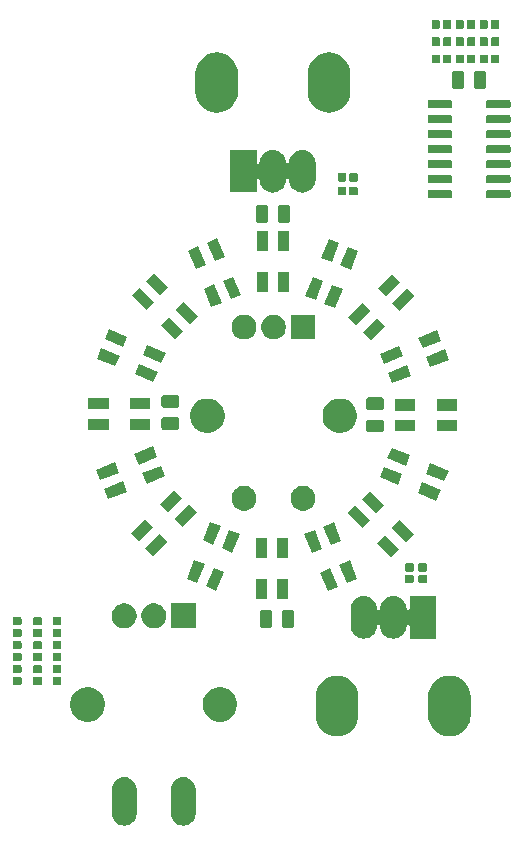
<source format=gbr>
G04 #@! TF.GenerationSoftware,KiCad,Pcbnew,(5.1.5-0-10_14)*
G04 #@! TF.CreationDate,2020-01-23T10:54:37-08:00*
G04 #@! TF.ProjectId,AndyCabinets,416e6479-4361-4626-996e-6574732e6b69,rev?*
G04 #@! TF.SameCoordinates,Original*
G04 #@! TF.FileFunction,Soldermask,Top*
G04 #@! TF.FilePolarity,Negative*
%FSLAX46Y46*%
G04 Gerber Fmt 4.6, Leading zero omitted, Abs format (unit mm)*
G04 Created by KiCad (PCBNEW (5.1.5-0-10_14)) date 2020-01-23 10:54:37*
%MOMM*%
%LPD*%
G04 APERTURE LIST*
%ADD10C,0.050000*%
G04 APERTURE END LIST*
D10*
G36*
X185391832Y-128629636D02*
G01*
X185589946Y-128689734D01*
X185589949Y-128689735D01*
X185686775Y-128741490D01*
X185772529Y-128787326D01*
X185932565Y-128918664D01*
X186063903Y-129078700D01*
X186109739Y-129164454D01*
X186161494Y-129261280D01*
X186161495Y-129261283D01*
X186221593Y-129459397D01*
X186236800Y-129613799D01*
X186236800Y-131717059D01*
X186221593Y-131871461D01*
X186161495Y-132069574D01*
X186161494Y-132069578D01*
X186109739Y-132166404D01*
X186063903Y-132252158D01*
X185932565Y-132412194D01*
X185772529Y-132543532D01*
X185655830Y-132605908D01*
X185589948Y-132641123D01*
X185589945Y-132641124D01*
X185391831Y-132701222D01*
X185185800Y-132721514D01*
X184979768Y-132701222D01*
X184781654Y-132641124D01*
X184781651Y-132641123D01*
X184684825Y-132589368D01*
X184599071Y-132543532D01*
X184439035Y-132412194D01*
X184307697Y-132252158D01*
X184210107Y-132069578D01*
X184210106Y-132069577D01*
X184210105Y-132069574D01*
X184150007Y-131871460D01*
X184134800Y-131717058D01*
X184134801Y-129613799D01*
X184150008Y-129459397D01*
X184210106Y-129261283D01*
X184210107Y-129261280D01*
X184261862Y-129164454D01*
X184307698Y-129078700D01*
X184439036Y-128918664D01*
X184599072Y-128787326D01*
X184684826Y-128741490D01*
X184781652Y-128689735D01*
X184781655Y-128689734D01*
X184979769Y-128629636D01*
X185185800Y-128609344D01*
X185391832Y-128629636D01*
G37*
G36*
X190391832Y-128629636D02*
G01*
X190589946Y-128689734D01*
X190589949Y-128689735D01*
X190686775Y-128741490D01*
X190772529Y-128787326D01*
X190932565Y-128918664D01*
X191063903Y-129078700D01*
X191109739Y-129164454D01*
X191161494Y-129261280D01*
X191161495Y-129261283D01*
X191221593Y-129459397D01*
X191236800Y-129613799D01*
X191236800Y-131717059D01*
X191221593Y-131871461D01*
X191161495Y-132069574D01*
X191161494Y-132069578D01*
X191109739Y-132166404D01*
X191063903Y-132252158D01*
X190932565Y-132412194D01*
X190772529Y-132543532D01*
X190655830Y-132605908D01*
X190589948Y-132641123D01*
X190589945Y-132641124D01*
X190391831Y-132701222D01*
X190185800Y-132721514D01*
X189979768Y-132701222D01*
X189781654Y-132641124D01*
X189781651Y-132641123D01*
X189684825Y-132589368D01*
X189599071Y-132543532D01*
X189439035Y-132412194D01*
X189307697Y-132252158D01*
X189210107Y-132069578D01*
X189210106Y-132069577D01*
X189210105Y-132069574D01*
X189150007Y-131871460D01*
X189134800Y-131717058D01*
X189134801Y-129613799D01*
X189150008Y-129459397D01*
X189210106Y-129261283D01*
X189210107Y-129261280D01*
X189261862Y-129164454D01*
X189307698Y-129078700D01*
X189439036Y-128918664D01*
X189599072Y-128787326D01*
X189684826Y-128741490D01*
X189781652Y-128689735D01*
X189781655Y-128689734D01*
X189979769Y-128629636D01*
X190185800Y-128609344D01*
X190391832Y-128629636D01*
G37*
G36*
X203576858Y-120067488D02*
G01*
X203916348Y-120170471D01*
X203916350Y-120170472D01*
X204229222Y-120337706D01*
X204503461Y-120562768D01*
X204668183Y-120763482D01*
X204728522Y-120837006D01*
X204895758Y-121149881D01*
X204998741Y-121489371D01*
X205024800Y-121753954D01*
X205024800Y-123430904D01*
X204998741Y-123695487D01*
X204931719Y-123916429D01*
X204895757Y-124034979D01*
X204728523Y-124347851D01*
X204503461Y-124622090D01*
X204229223Y-124847152D01*
X203916349Y-125014386D01*
X203916347Y-125014387D01*
X203576857Y-125117370D01*
X203223800Y-125152143D01*
X202870742Y-125117370D01*
X202531252Y-125014387D01*
X202531250Y-125014386D01*
X202218378Y-124847152D01*
X201944139Y-124622090D01*
X201719077Y-124347852D01*
X201551843Y-124034978D01*
X201551842Y-124034976D01*
X201448859Y-123695486D01*
X201422800Y-123430903D01*
X201422800Y-121753954D01*
X201448859Y-121489371D01*
X201551843Y-121149881D01*
X201719079Y-120837006D01*
X201779419Y-120763482D01*
X201944140Y-120562768D01*
X202218379Y-120337706D01*
X202531251Y-120170472D01*
X202531253Y-120170471D01*
X202870743Y-120067488D01*
X203223800Y-120032715D01*
X203576858Y-120067488D01*
G37*
G36*
X213076858Y-120067488D02*
G01*
X213416348Y-120170471D01*
X213416350Y-120170472D01*
X213729222Y-120337706D01*
X214003461Y-120562768D01*
X214168183Y-120763482D01*
X214228522Y-120837006D01*
X214395758Y-121149881D01*
X214498741Y-121489371D01*
X214524800Y-121753954D01*
X214524800Y-123430904D01*
X214498741Y-123695487D01*
X214431719Y-123916429D01*
X214395757Y-124034979D01*
X214228523Y-124347851D01*
X214003461Y-124622090D01*
X213729223Y-124847152D01*
X213416349Y-125014386D01*
X213416347Y-125014387D01*
X213076857Y-125117370D01*
X212723800Y-125152143D01*
X212370742Y-125117370D01*
X212031252Y-125014387D01*
X212031250Y-125014386D01*
X211718378Y-124847152D01*
X211444139Y-124622090D01*
X211219077Y-124347852D01*
X211051843Y-124034978D01*
X211051842Y-124034976D01*
X210948859Y-123695486D01*
X210922800Y-123430903D01*
X210922800Y-121753954D01*
X210948859Y-121489371D01*
X211051843Y-121149881D01*
X211219079Y-120837006D01*
X211279419Y-120763482D01*
X211444140Y-120562768D01*
X211718379Y-120337706D01*
X212031251Y-120170472D01*
X212031253Y-120170471D01*
X212370743Y-120067488D01*
X212723800Y-120032715D01*
X213076858Y-120067488D01*
G37*
G36*
X193709041Y-121070189D02*
G01*
X193973105Y-121179568D01*
X194210758Y-121338363D01*
X194412866Y-121540471D01*
X194571661Y-121778124D01*
X194681040Y-122042188D01*
X194736800Y-122322517D01*
X194736800Y-122608341D01*
X194681040Y-122888670D01*
X194571661Y-123152734D01*
X194412866Y-123390387D01*
X194210758Y-123592495D01*
X193973105Y-123751290D01*
X193709041Y-123860669D01*
X193428712Y-123916429D01*
X193142888Y-123916429D01*
X192862559Y-123860669D01*
X192598495Y-123751290D01*
X192360842Y-123592495D01*
X192158734Y-123390387D01*
X191999939Y-123152734D01*
X191890560Y-122888670D01*
X191834800Y-122608341D01*
X191834800Y-122322517D01*
X191890560Y-122042188D01*
X191999939Y-121778124D01*
X192158734Y-121540471D01*
X192360842Y-121338363D01*
X192598495Y-121179568D01*
X192862559Y-121070189D01*
X193142888Y-121014429D01*
X193428712Y-121014429D01*
X193709041Y-121070189D01*
G37*
G36*
X182509041Y-121070189D02*
G01*
X182773105Y-121179568D01*
X183010758Y-121338363D01*
X183212866Y-121540471D01*
X183371661Y-121778124D01*
X183481040Y-122042188D01*
X183536800Y-122322517D01*
X183536800Y-122608341D01*
X183481040Y-122888670D01*
X183371661Y-123152734D01*
X183212866Y-123390387D01*
X183010758Y-123592495D01*
X182773105Y-123751290D01*
X182509041Y-123860669D01*
X182228712Y-123916429D01*
X181942888Y-123916429D01*
X181662559Y-123860669D01*
X181398495Y-123751290D01*
X181160842Y-123592495D01*
X180958734Y-123390387D01*
X180799939Y-123152734D01*
X180690560Y-122888670D01*
X180634800Y-122608341D01*
X180634800Y-122322517D01*
X180690560Y-122042188D01*
X180799939Y-121778124D01*
X180958734Y-121540471D01*
X181160842Y-121338363D01*
X181398495Y-121179568D01*
X181662559Y-121070189D01*
X181942888Y-121014429D01*
X182228712Y-121014429D01*
X182509041Y-121070189D01*
G37*
G36*
X179771038Y-120123645D02*
G01*
X179791657Y-120129900D01*
X179810653Y-120140053D01*
X179827308Y-120153721D01*
X179840976Y-120170376D01*
X179851129Y-120189372D01*
X179857384Y-120209991D01*
X179860100Y-120237569D01*
X179860100Y-120696289D01*
X179857384Y-120723867D01*
X179851129Y-120744486D01*
X179840976Y-120763482D01*
X179827308Y-120780137D01*
X179810653Y-120793805D01*
X179791657Y-120803958D01*
X179771038Y-120810213D01*
X179743460Y-120812929D01*
X179234740Y-120812929D01*
X179207162Y-120810213D01*
X179186543Y-120803958D01*
X179167547Y-120793805D01*
X179150892Y-120780137D01*
X179137224Y-120763482D01*
X179127071Y-120744486D01*
X179120816Y-120723867D01*
X179118100Y-120696289D01*
X179118100Y-120237569D01*
X179120816Y-120209991D01*
X179127071Y-120189372D01*
X179137224Y-120170376D01*
X179150892Y-120153721D01*
X179167547Y-120140053D01*
X179186543Y-120129900D01*
X179207162Y-120123645D01*
X179234740Y-120120929D01*
X179743460Y-120120929D01*
X179771038Y-120123645D01*
G37*
G36*
X178120038Y-120123645D02*
G01*
X178140657Y-120129900D01*
X178159653Y-120140053D01*
X178176308Y-120153721D01*
X178189976Y-120170376D01*
X178200129Y-120189372D01*
X178206384Y-120209991D01*
X178209100Y-120237569D01*
X178209100Y-120696289D01*
X178206384Y-120723867D01*
X178200129Y-120744486D01*
X178189976Y-120763482D01*
X178176308Y-120780137D01*
X178159653Y-120793805D01*
X178140657Y-120803958D01*
X178120038Y-120810213D01*
X178092460Y-120812929D01*
X177583740Y-120812929D01*
X177556162Y-120810213D01*
X177535543Y-120803958D01*
X177516547Y-120793805D01*
X177499892Y-120780137D01*
X177486224Y-120763482D01*
X177476071Y-120744486D01*
X177469816Y-120723867D01*
X177467100Y-120696289D01*
X177467100Y-120237569D01*
X177469816Y-120209991D01*
X177476071Y-120189372D01*
X177486224Y-120170376D01*
X177499892Y-120153721D01*
X177516547Y-120140053D01*
X177535543Y-120129900D01*
X177556162Y-120123645D01*
X177583740Y-120120929D01*
X178092460Y-120120929D01*
X178120038Y-120123645D01*
G37*
G36*
X176405538Y-120123645D02*
G01*
X176426157Y-120129900D01*
X176445153Y-120140053D01*
X176461808Y-120153721D01*
X176475476Y-120170376D01*
X176485629Y-120189372D01*
X176491884Y-120209991D01*
X176494600Y-120237569D01*
X176494600Y-120696289D01*
X176491884Y-120723867D01*
X176485629Y-120744486D01*
X176475476Y-120763482D01*
X176461808Y-120780137D01*
X176445153Y-120793805D01*
X176426157Y-120803958D01*
X176405538Y-120810213D01*
X176377960Y-120812929D01*
X175869240Y-120812929D01*
X175841662Y-120810213D01*
X175821043Y-120803958D01*
X175802047Y-120793805D01*
X175785392Y-120780137D01*
X175771724Y-120763482D01*
X175761571Y-120744486D01*
X175755316Y-120723867D01*
X175752600Y-120696289D01*
X175752600Y-120237569D01*
X175755316Y-120209991D01*
X175761571Y-120189372D01*
X175771724Y-120170376D01*
X175785392Y-120153721D01*
X175802047Y-120140053D01*
X175821043Y-120129900D01*
X175841662Y-120123645D01*
X175869240Y-120120929D01*
X176377960Y-120120929D01*
X176405538Y-120123645D01*
G37*
G36*
X179771038Y-119153645D02*
G01*
X179791657Y-119159900D01*
X179810653Y-119170053D01*
X179827308Y-119183721D01*
X179840976Y-119200376D01*
X179851129Y-119219372D01*
X179857384Y-119239991D01*
X179860100Y-119267569D01*
X179860100Y-119726289D01*
X179857384Y-119753867D01*
X179851129Y-119774486D01*
X179840976Y-119793482D01*
X179827308Y-119810137D01*
X179810653Y-119823805D01*
X179791657Y-119833958D01*
X179771038Y-119840213D01*
X179743460Y-119842929D01*
X179234740Y-119842929D01*
X179207162Y-119840213D01*
X179186543Y-119833958D01*
X179167547Y-119823805D01*
X179150892Y-119810137D01*
X179137224Y-119793482D01*
X179127071Y-119774486D01*
X179120816Y-119753867D01*
X179118100Y-119726289D01*
X179118100Y-119267569D01*
X179120816Y-119239991D01*
X179127071Y-119219372D01*
X179137224Y-119200376D01*
X179150892Y-119183721D01*
X179167547Y-119170053D01*
X179186543Y-119159900D01*
X179207162Y-119153645D01*
X179234740Y-119150929D01*
X179743460Y-119150929D01*
X179771038Y-119153645D01*
G37*
G36*
X178120038Y-119153645D02*
G01*
X178140657Y-119159900D01*
X178159653Y-119170053D01*
X178176308Y-119183721D01*
X178189976Y-119200376D01*
X178200129Y-119219372D01*
X178206384Y-119239991D01*
X178209100Y-119267569D01*
X178209100Y-119726289D01*
X178206384Y-119753867D01*
X178200129Y-119774486D01*
X178189976Y-119793482D01*
X178176308Y-119810137D01*
X178159653Y-119823805D01*
X178140657Y-119833958D01*
X178120038Y-119840213D01*
X178092460Y-119842929D01*
X177583740Y-119842929D01*
X177556162Y-119840213D01*
X177535543Y-119833958D01*
X177516547Y-119823805D01*
X177499892Y-119810137D01*
X177486224Y-119793482D01*
X177476071Y-119774486D01*
X177469816Y-119753867D01*
X177467100Y-119726289D01*
X177467100Y-119267569D01*
X177469816Y-119239991D01*
X177476071Y-119219372D01*
X177486224Y-119200376D01*
X177499892Y-119183721D01*
X177516547Y-119170053D01*
X177535543Y-119159900D01*
X177556162Y-119153645D01*
X177583740Y-119150929D01*
X178092460Y-119150929D01*
X178120038Y-119153645D01*
G37*
G36*
X176405538Y-119153645D02*
G01*
X176426157Y-119159900D01*
X176445153Y-119170053D01*
X176461808Y-119183721D01*
X176475476Y-119200376D01*
X176485629Y-119219372D01*
X176491884Y-119239991D01*
X176494600Y-119267569D01*
X176494600Y-119726289D01*
X176491884Y-119753867D01*
X176485629Y-119774486D01*
X176475476Y-119793482D01*
X176461808Y-119810137D01*
X176445153Y-119823805D01*
X176426157Y-119833958D01*
X176405538Y-119840213D01*
X176377960Y-119842929D01*
X175869240Y-119842929D01*
X175841662Y-119840213D01*
X175821043Y-119833958D01*
X175802047Y-119823805D01*
X175785392Y-119810137D01*
X175771724Y-119793482D01*
X175761571Y-119774486D01*
X175755316Y-119753867D01*
X175752600Y-119726289D01*
X175752600Y-119267569D01*
X175755316Y-119239991D01*
X175761571Y-119219372D01*
X175771724Y-119200376D01*
X175785392Y-119183721D01*
X175802047Y-119170053D01*
X175821043Y-119159900D01*
X175841662Y-119153645D01*
X175869240Y-119150929D01*
X176377960Y-119150929D01*
X176405538Y-119153645D01*
G37*
G36*
X179771038Y-118091645D02*
G01*
X179791657Y-118097900D01*
X179810653Y-118108053D01*
X179827308Y-118121721D01*
X179840976Y-118138376D01*
X179851129Y-118157372D01*
X179857384Y-118177991D01*
X179860100Y-118205569D01*
X179860100Y-118664289D01*
X179857384Y-118691867D01*
X179851129Y-118712486D01*
X179840976Y-118731482D01*
X179827308Y-118748137D01*
X179810653Y-118761805D01*
X179791657Y-118771958D01*
X179771038Y-118778213D01*
X179743460Y-118780929D01*
X179234740Y-118780929D01*
X179207162Y-118778213D01*
X179186543Y-118771958D01*
X179167547Y-118761805D01*
X179150892Y-118748137D01*
X179137224Y-118731482D01*
X179127071Y-118712486D01*
X179120816Y-118691867D01*
X179118100Y-118664289D01*
X179118100Y-118205569D01*
X179120816Y-118177991D01*
X179127071Y-118157372D01*
X179137224Y-118138376D01*
X179150892Y-118121721D01*
X179167547Y-118108053D01*
X179186543Y-118097900D01*
X179207162Y-118091645D01*
X179234740Y-118088929D01*
X179743460Y-118088929D01*
X179771038Y-118091645D01*
G37*
G36*
X178120038Y-118091645D02*
G01*
X178140657Y-118097900D01*
X178159653Y-118108053D01*
X178176308Y-118121721D01*
X178189976Y-118138376D01*
X178200129Y-118157372D01*
X178206384Y-118177991D01*
X178209100Y-118205569D01*
X178209100Y-118664289D01*
X178206384Y-118691867D01*
X178200129Y-118712486D01*
X178189976Y-118731482D01*
X178176308Y-118748137D01*
X178159653Y-118761805D01*
X178140657Y-118771958D01*
X178120038Y-118778213D01*
X178092460Y-118780929D01*
X177583740Y-118780929D01*
X177556162Y-118778213D01*
X177535543Y-118771958D01*
X177516547Y-118761805D01*
X177499892Y-118748137D01*
X177486224Y-118731482D01*
X177476071Y-118712486D01*
X177469816Y-118691867D01*
X177467100Y-118664289D01*
X177467100Y-118205569D01*
X177469816Y-118177991D01*
X177476071Y-118157372D01*
X177486224Y-118138376D01*
X177499892Y-118121721D01*
X177516547Y-118108053D01*
X177535543Y-118097900D01*
X177556162Y-118091645D01*
X177583740Y-118088929D01*
X178092460Y-118088929D01*
X178120038Y-118091645D01*
G37*
G36*
X176405538Y-118091645D02*
G01*
X176426157Y-118097900D01*
X176445153Y-118108053D01*
X176461808Y-118121721D01*
X176475476Y-118138376D01*
X176485629Y-118157372D01*
X176491884Y-118177991D01*
X176494600Y-118205569D01*
X176494600Y-118664289D01*
X176491884Y-118691867D01*
X176485629Y-118712486D01*
X176475476Y-118731482D01*
X176461808Y-118748137D01*
X176445153Y-118761805D01*
X176426157Y-118771958D01*
X176405538Y-118778213D01*
X176377960Y-118780929D01*
X175869240Y-118780929D01*
X175841662Y-118778213D01*
X175821043Y-118771958D01*
X175802047Y-118761805D01*
X175785392Y-118748137D01*
X175771724Y-118731482D01*
X175761571Y-118712486D01*
X175755316Y-118691867D01*
X175752600Y-118664289D01*
X175752600Y-118205569D01*
X175755316Y-118177991D01*
X175761571Y-118157372D01*
X175771724Y-118138376D01*
X175785392Y-118121721D01*
X175802047Y-118108053D01*
X175821043Y-118097900D01*
X175841662Y-118091645D01*
X175869240Y-118088929D01*
X176377960Y-118088929D01*
X176405538Y-118091645D01*
G37*
G36*
X176405538Y-117121645D02*
G01*
X176426157Y-117127900D01*
X176445153Y-117138053D01*
X176461808Y-117151721D01*
X176475476Y-117168376D01*
X176485629Y-117187372D01*
X176491884Y-117207991D01*
X176494600Y-117235569D01*
X176494600Y-117694289D01*
X176491884Y-117721867D01*
X176485629Y-117742486D01*
X176475476Y-117761482D01*
X176461808Y-117778137D01*
X176445153Y-117791805D01*
X176426157Y-117801958D01*
X176405538Y-117808213D01*
X176377960Y-117810929D01*
X175869240Y-117810929D01*
X175841662Y-117808213D01*
X175821043Y-117801958D01*
X175802047Y-117791805D01*
X175785392Y-117778137D01*
X175771724Y-117761482D01*
X175761571Y-117742486D01*
X175755316Y-117721867D01*
X175752600Y-117694289D01*
X175752600Y-117235569D01*
X175755316Y-117207991D01*
X175761571Y-117187372D01*
X175771724Y-117168376D01*
X175785392Y-117151721D01*
X175802047Y-117138053D01*
X175821043Y-117127900D01*
X175841662Y-117121645D01*
X175869240Y-117118929D01*
X176377960Y-117118929D01*
X176405538Y-117121645D01*
G37*
G36*
X178120038Y-117121645D02*
G01*
X178140657Y-117127900D01*
X178159653Y-117138053D01*
X178176308Y-117151721D01*
X178189976Y-117168376D01*
X178200129Y-117187372D01*
X178206384Y-117207991D01*
X178209100Y-117235569D01*
X178209100Y-117694289D01*
X178206384Y-117721867D01*
X178200129Y-117742486D01*
X178189976Y-117761482D01*
X178176308Y-117778137D01*
X178159653Y-117791805D01*
X178140657Y-117801958D01*
X178120038Y-117808213D01*
X178092460Y-117810929D01*
X177583740Y-117810929D01*
X177556162Y-117808213D01*
X177535543Y-117801958D01*
X177516547Y-117791805D01*
X177499892Y-117778137D01*
X177486224Y-117761482D01*
X177476071Y-117742486D01*
X177469816Y-117721867D01*
X177467100Y-117694289D01*
X177467100Y-117235569D01*
X177469816Y-117207991D01*
X177476071Y-117187372D01*
X177486224Y-117168376D01*
X177499892Y-117151721D01*
X177516547Y-117138053D01*
X177535543Y-117127900D01*
X177556162Y-117121645D01*
X177583740Y-117118929D01*
X178092460Y-117118929D01*
X178120038Y-117121645D01*
G37*
G36*
X179771038Y-117121645D02*
G01*
X179791657Y-117127900D01*
X179810653Y-117138053D01*
X179827308Y-117151721D01*
X179840976Y-117168376D01*
X179851129Y-117187372D01*
X179857384Y-117207991D01*
X179860100Y-117235569D01*
X179860100Y-117694289D01*
X179857384Y-117721867D01*
X179851129Y-117742486D01*
X179840976Y-117761482D01*
X179827308Y-117778137D01*
X179810653Y-117791805D01*
X179791657Y-117801958D01*
X179771038Y-117808213D01*
X179743460Y-117810929D01*
X179234740Y-117810929D01*
X179207162Y-117808213D01*
X179186543Y-117801958D01*
X179167547Y-117791805D01*
X179150892Y-117778137D01*
X179137224Y-117761482D01*
X179127071Y-117742486D01*
X179120816Y-117721867D01*
X179118100Y-117694289D01*
X179118100Y-117235569D01*
X179120816Y-117207991D01*
X179127071Y-117187372D01*
X179137224Y-117168376D01*
X179150892Y-117151721D01*
X179167547Y-117138053D01*
X179186543Y-117127900D01*
X179207162Y-117121645D01*
X179234740Y-117118929D01*
X179743460Y-117118929D01*
X179771038Y-117121645D01*
G37*
G36*
X208194535Y-113307721D02*
G01*
X208351559Y-113355354D01*
X208406790Y-113372108D01*
X208602398Y-113476663D01*
X208773855Y-113617374D01*
X208914566Y-113788831D01*
X209019121Y-113984439D01*
X209019122Y-113984443D01*
X209083508Y-114196694D01*
X209083508Y-114196696D01*
X209098404Y-114347938D01*
X209103184Y-114371971D01*
X209112562Y-114394610D01*
X209126175Y-114414985D01*
X209143503Y-114432312D01*
X209163877Y-114445925D01*
X209186516Y-114455303D01*
X209210549Y-114460083D01*
X209235053Y-114460083D01*
X209259086Y-114455303D01*
X209281725Y-114445925D01*
X209302100Y-114432312D01*
X209319427Y-114414984D01*
X209333040Y-114394610D01*
X209342418Y-114371971D01*
X209347800Y-114335686D01*
X209347800Y-113291429D01*
X211599800Y-113291429D01*
X211599800Y-116893429D01*
X209347800Y-116893429D01*
X209347800Y-115849172D01*
X209345398Y-115824786D01*
X209338285Y-115801337D01*
X209326734Y-115779726D01*
X209311189Y-115760784D01*
X209292247Y-115745239D01*
X209270636Y-115733688D01*
X209247187Y-115726575D01*
X209222801Y-115724173D01*
X209198415Y-115726575D01*
X209174966Y-115733688D01*
X209153355Y-115745239D01*
X209134413Y-115760784D01*
X209118868Y-115779726D01*
X209107317Y-115801337D01*
X209098404Y-115836920D01*
X209083508Y-115988164D01*
X209047277Y-116107600D01*
X209019121Y-116200419D01*
X208914566Y-116396027D01*
X208914565Y-116396028D01*
X208773855Y-116567484D01*
X208602399Y-116708194D01*
X208602397Y-116708195D01*
X208406789Y-116812750D01*
X208351558Y-116829504D01*
X208194534Y-116877137D01*
X207973800Y-116898877D01*
X207753065Y-116877137D01*
X207596041Y-116829504D01*
X207540810Y-116812750D01*
X207345202Y-116708195D01*
X207286314Y-116659867D01*
X207173745Y-116567484D01*
X207033035Y-116396028D01*
X207027056Y-116384842D01*
X206928479Y-116200418D01*
X206899952Y-116106376D01*
X206864092Y-115988163D01*
X206848197Y-115826776D01*
X206843417Y-115802743D01*
X206834039Y-115780104D01*
X206820426Y-115759729D01*
X206803098Y-115742402D01*
X206782724Y-115728789D01*
X206760085Y-115719411D01*
X206736052Y-115714631D01*
X206711548Y-115714631D01*
X206687515Y-115719411D01*
X206664876Y-115728789D01*
X206644501Y-115742402D01*
X206627174Y-115759730D01*
X206613561Y-115780104D01*
X206604183Y-115802743D01*
X206599403Y-115826776D01*
X206583508Y-115988164D01*
X206547277Y-116107600D01*
X206519121Y-116200419D01*
X206414566Y-116396027D01*
X206414565Y-116396028D01*
X206273855Y-116567484D01*
X206102399Y-116708194D01*
X206102397Y-116708195D01*
X205906789Y-116812750D01*
X205851558Y-116829504D01*
X205694534Y-116877137D01*
X205473800Y-116898877D01*
X205253065Y-116877137D01*
X205096041Y-116829504D01*
X205040810Y-116812750D01*
X204845202Y-116708195D01*
X204786314Y-116659867D01*
X204673745Y-116567484D01*
X204533035Y-116396028D01*
X204527056Y-116384842D01*
X204428479Y-116200418D01*
X204399952Y-116106376D01*
X204364092Y-115988163D01*
X204347800Y-115822744D01*
X204347800Y-114362113D01*
X204364092Y-114196694D01*
X204413432Y-114034044D01*
X204428479Y-113984440D01*
X204533035Y-113788831D01*
X204673746Y-113617374D01*
X204845203Y-113476663D01*
X205040811Y-113372108D01*
X205096042Y-113355354D01*
X205253066Y-113307721D01*
X205473800Y-113285981D01*
X205694535Y-113307721D01*
X205851559Y-113355354D01*
X205906790Y-113372108D01*
X206102398Y-113476663D01*
X206273855Y-113617374D01*
X206414566Y-113788831D01*
X206519121Y-113984439D01*
X206519122Y-113984443D01*
X206583508Y-114196694D01*
X206583508Y-114196696D01*
X206599403Y-114358081D01*
X206604183Y-114382114D01*
X206613561Y-114404753D01*
X206627174Y-114425128D01*
X206644502Y-114442455D01*
X206664876Y-114456068D01*
X206687515Y-114465446D01*
X206711548Y-114470226D01*
X206736052Y-114470226D01*
X206760085Y-114465446D01*
X206782724Y-114456068D01*
X206803099Y-114442455D01*
X206820426Y-114425127D01*
X206834039Y-114404753D01*
X206843417Y-114382114D01*
X206848197Y-114358081D01*
X206864092Y-114196696D01*
X206864092Y-114196694D01*
X206913432Y-114034044D01*
X206928479Y-113984440D01*
X207033035Y-113788831D01*
X207173746Y-113617374D01*
X207345203Y-113476663D01*
X207540811Y-113372108D01*
X207596042Y-113355354D01*
X207753066Y-113307721D01*
X207973800Y-113285981D01*
X208194535Y-113307721D01*
G37*
G36*
X176405538Y-116059645D02*
G01*
X176426157Y-116065900D01*
X176445153Y-116076053D01*
X176461808Y-116089721D01*
X176475476Y-116106376D01*
X176485629Y-116125372D01*
X176491884Y-116145991D01*
X176494600Y-116173569D01*
X176494600Y-116632289D01*
X176491884Y-116659867D01*
X176485629Y-116680486D01*
X176475476Y-116699482D01*
X176461808Y-116716137D01*
X176445153Y-116729805D01*
X176426157Y-116739958D01*
X176405538Y-116746213D01*
X176377960Y-116748929D01*
X175869240Y-116748929D01*
X175841662Y-116746213D01*
X175821043Y-116739958D01*
X175802047Y-116729805D01*
X175785392Y-116716137D01*
X175771724Y-116699482D01*
X175761571Y-116680486D01*
X175755316Y-116659867D01*
X175752600Y-116632289D01*
X175752600Y-116173569D01*
X175755316Y-116145991D01*
X175761571Y-116125372D01*
X175771724Y-116106376D01*
X175785392Y-116089721D01*
X175802047Y-116076053D01*
X175821043Y-116065900D01*
X175841662Y-116059645D01*
X175869240Y-116056929D01*
X176377960Y-116056929D01*
X176405538Y-116059645D01*
G37*
G36*
X179771038Y-116059645D02*
G01*
X179791657Y-116065900D01*
X179810653Y-116076053D01*
X179827308Y-116089721D01*
X179840976Y-116106376D01*
X179851129Y-116125372D01*
X179857384Y-116145991D01*
X179860100Y-116173569D01*
X179860100Y-116632289D01*
X179857384Y-116659867D01*
X179851129Y-116680486D01*
X179840976Y-116699482D01*
X179827308Y-116716137D01*
X179810653Y-116729805D01*
X179791657Y-116739958D01*
X179771038Y-116746213D01*
X179743460Y-116748929D01*
X179234740Y-116748929D01*
X179207162Y-116746213D01*
X179186543Y-116739958D01*
X179167547Y-116729805D01*
X179150892Y-116716137D01*
X179137224Y-116699482D01*
X179127071Y-116680486D01*
X179120816Y-116659867D01*
X179118100Y-116632289D01*
X179118100Y-116173569D01*
X179120816Y-116145991D01*
X179127071Y-116125372D01*
X179137224Y-116106376D01*
X179150892Y-116089721D01*
X179167547Y-116076053D01*
X179186543Y-116065900D01*
X179207162Y-116059645D01*
X179234740Y-116056929D01*
X179743460Y-116056929D01*
X179771038Y-116059645D01*
G37*
G36*
X178120038Y-116059645D02*
G01*
X178140657Y-116065900D01*
X178159653Y-116076053D01*
X178176308Y-116089721D01*
X178189976Y-116106376D01*
X178200129Y-116125372D01*
X178206384Y-116145991D01*
X178209100Y-116173569D01*
X178209100Y-116632289D01*
X178206384Y-116659867D01*
X178200129Y-116680486D01*
X178189976Y-116699482D01*
X178176308Y-116716137D01*
X178159653Y-116729805D01*
X178140657Y-116739958D01*
X178120038Y-116746213D01*
X178092460Y-116748929D01*
X177583740Y-116748929D01*
X177556162Y-116746213D01*
X177535543Y-116739958D01*
X177516547Y-116729805D01*
X177499892Y-116716137D01*
X177486224Y-116699482D01*
X177476071Y-116680486D01*
X177469816Y-116659867D01*
X177467100Y-116632289D01*
X177467100Y-116173569D01*
X177469816Y-116145991D01*
X177476071Y-116125372D01*
X177486224Y-116106376D01*
X177499892Y-116089721D01*
X177516547Y-116076053D01*
X177535543Y-116065900D01*
X177556162Y-116059645D01*
X177583740Y-116056929D01*
X178092460Y-116056929D01*
X178120038Y-116059645D01*
G37*
G36*
X185492364Y-113954818D02*
G01*
X185683633Y-114034044D01*
X185683635Y-114034045D01*
X185855773Y-114149064D01*
X186002165Y-114295456D01*
X186115749Y-114465446D01*
X186117185Y-114467596D01*
X186196411Y-114658865D01*
X186236800Y-114861913D01*
X186236800Y-115068945D01*
X186196411Y-115271993D01*
X186117185Y-115463262D01*
X186117184Y-115463264D01*
X186002165Y-115635402D01*
X185855773Y-115781794D01*
X185683635Y-115896813D01*
X185683634Y-115896814D01*
X185683633Y-115896814D01*
X185492364Y-115976040D01*
X185289316Y-116016429D01*
X185082284Y-116016429D01*
X184879236Y-115976040D01*
X184687967Y-115896814D01*
X184687966Y-115896814D01*
X184687965Y-115896813D01*
X184515827Y-115781794D01*
X184369435Y-115635402D01*
X184254416Y-115463264D01*
X184254415Y-115463262D01*
X184175189Y-115271993D01*
X184134800Y-115068945D01*
X184134800Y-114861913D01*
X184175189Y-114658865D01*
X184254415Y-114467596D01*
X184255852Y-114465446D01*
X184369435Y-114295456D01*
X184515827Y-114149064D01*
X184687965Y-114034045D01*
X184687967Y-114034044D01*
X184879236Y-113954818D01*
X185082284Y-113914429D01*
X185289316Y-113914429D01*
X185492364Y-113954818D01*
G37*
G36*
X191236800Y-116016429D02*
G01*
X189134800Y-116016429D01*
X189134800Y-113914429D01*
X191236800Y-113914429D01*
X191236800Y-116016429D01*
G37*
G36*
X187992364Y-113954818D02*
G01*
X188183633Y-114034044D01*
X188183635Y-114034045D01*
X188355773Y-114149064D01*
X188502165Y-114295456D01*
X188615749Y-114465446D01*
X188617185Y-114467596D01*
X188696411Y-114658865D01*
X188736800Y-114861913D01*
X188736800Y-115068945D01*
X188696411Y-115271993D01*
X188617185Y-115463262D01*
X188617184Y-115463264D01*
X188502165Y-115635402D01*
X188355773Y-115781794D01*
X188183635Y-115896813D01*
X188183634Y-115896814D01*
X188183633Y-115896814D01*
X187992364Y-115976040D01*
X187789316Y-116016429D01*
X187582284Y-116016429D01*
X187379236Y-115976040D01*
X187187967Y-115896814D01*
X187187966Y-115896814D01*
X187187965Y-115896813D01*
X187015827Y-115781794D01*
X186869435Y-115635402D01*
X186754416Y-115463264D01*
X186754415Y-115463262D01*
X186675189Y-115271993D01*
X186634800Y-115068945D01*
X186634800Y-114861913D01*
X186675189Y-114658865D01*
X186754415Y-114467596D01*
X186755852Y-114465446D01*
X186869435Y-114295456D01*
X187015827Y-114149064D01*
X187187965Y-114034045D01*
X187187967Y-114034044D01*
X187379236Y-113954818D01*
X187582284Y-113914429D01*
X187789316Y-113914429D01*
X187992364Y-113954818D01*
G37*
G36*
X199429468Y-114472994D02*
G01*
X199468138Y-114484725D01*
X199503777Y-114503775D01*
X199535017Y-114529412D01*
X199560654Y-114560652D01*
X199579704Y-114596291D01*
X199591435Y-114634961D01*
X199596000Y-114681317D01*
X199596000Y-115757541D01*
X199591435Y-115803897D01*
X199579704Y-115842567D01*
X199560654Y-115878206D01*
X199535017Y-115909446D01*
X199503777Y-115935083D01*
X199468138Y-115954133D01*
X199429468Y-115965864D01*
X199383112Y-115970429D01*
X198731888Y-115970429D01*
X198685532Y-115965864D01*
X198646862Y-115954133D01*
X198611223Y-115935083D01*
X198579983Y-115909446D01*
X198554346Y-115878206D01*
X198535296Y-115842567D01*
X198523565Y-115803897D01*
X198519000Y-115757541D01*
X198519000Y-114681317D01*
X198523565Y-114634961D01*
X198535296Y-114596291D01*
X198554346Y-114560652D01*
X198579983Y-114529412D01*
X198611223Y-114503775D01*
X198646862Y-114484725D01*
X198685532Y-114472994D01*
X198731888Y-114468429D01*
X199383112Y-114468429D01*
X199429468Y-114472994D01*
G37*
G36*
X197554468Y-114472994D02*
G01*
X197593138Y-114484725D01*
X197628777Y-114503775D01*
X197660017Y-114529412D01*
X197685654Y-114560652D01*
X197704704Y-114596291D01*
X197716435Y-114634961D01*
X197721000Y-114681317D01*
X197721000Y-115757541D01*
X197716435Y-115803897D01*
X197704704Y-115842567D01*
X197685654Y-115878206D01*
X197660017Y-115909446D01*
X197628777Y-115935083D01*
X197593138Y-115954133D01*
X197554468Y-115965864D01*
X197508112Y-115970429D01*
X196856888Y-115970429D01*
X196810532Y-115965864D01*
X196771862Y-115954133D01*
X196736223Y-115935083D01*
X196704983Y-115909446D01*
X196679346Y-115878206D01*
X196660296Y-115842567D01*
X196648565Y-115803897D01*
X196644000Y-115757541D01*
X196644000Y-114681317D01*
X196648565Y-114634961D01*
X196660296Y-114596291D01*
X196679346Y-114560652D01*
X196704983Y-114529412D01*
X196736223Y-114503775D01*
X196771862Y-114484725D01*
X196810532Y-114472994D01*
X196856888Y-114468429D01*
X197508112Y-114468429D01*
X197554468Y-114472994D01*
G37*
G36*
X178120038Y-115089645D02*
G01*
X178140657Y-115095900D01*
X178159653Y-115106053D01*
X178176308Y-115119721D01*
X178189976Y-115136376D01*
X178200129Y-115155372D01*
X178206384Y-115175991D01*
X178209100Y-115203569D01*
X178209100Y-115662289D01*
X178206384Y-115689867D01*
X178200129Y-115710486D01*
X178189976Y-115729482D01*
X178176308Y-115746137D01*
X178159653Y-115759805D01*
X178140657Y-115769958D01*
X178120038Y-115776213D01*
X178092460Y-115778929D01*
X177583740Y-115778929D01*
X177556162Y-115776213D01*
X177535543Y-115769958D01*
X177516547Y-115759805D01*
X177499892Y-115746137D01*
X177486224Y-115729482D01*
X177476071Y-115710486D01*
X177469816Y-115689867D01*
X177467100Y-115662289D01*
X177467100Y-115203569D01*
X177469816Y-115175991D01*
X177476071Y-115155372D01*
X177486224Y-115136376D01*
X177499892Y-115119721D01*
X177516547Y-115106053D01*
X177535543Y-115095900D01*
X177556162Y-115089645D01*
X177583740Y-115086929D01*
X178092460Y-115086929D01*
X178120038Y-115089645D01*
G37*
G36*
X176405538Y-115089645D02*
G01*
X176426157Y-115095900D01*
X176445153Y-115106053D01*
X176461808Y-115119721D01*
X176475476Y-115136376D01*
X176485629Y-115155372D01*
X176491884Y-115175991D01*
X176494600Y-115203569D01*
X176494600Y-115662289D01*
X176491884Y-115689867D01*
X176485629Y-115710486D01*
X176475476Y-115729482D01*
X176461808Y-115746137D01*
X176445153Y-115759805D01*
X176426157Y-115769958D01*
X176405538Y-115776213D01*
X176377960Y-115778929D01*
X175869240Y-115778929D01*
X175841662Y-115776213D01*
X175821043Y-115769958D01*
X175802047Y-115759805D01*
X175785392Y-115746137D01*
X175771724Y-115729482D01*
X175761571Y-115710486D01*
X175755316Y-115689867D01*
X175752600Y-115662289D01*
X175752600Y-115203569D01*
X175755316Y-115175991D01*
X175761571Y-115155372D01*
X175771724Y-115136376D01*
X175785392Y-115119721D01*
X175802047Y-115106053D01*
X175821043Y-115095900D01*
X175841662Y-115089645D01*
X175869240Y-115086929D01*
X176377960Y-115086929D01*
X176405538Y-115089645D01*
G37*
G36*
X179771038Y-115089645D02*
G01*
X179791657Y-115095900D01*
X179810653Y-115106053D01*
X179827308Y-115119721D01*
X179840976Y-115136376D01*
X179851129Y-115155372D01*
X179857384Y-115175991D01*
X179860100Y-115203569D01*
X179860100Y-115662289D01*
X179857384Y-115689867D01*
X179851129Y-115710486D01*
X179840976Y-115729482D01*
X179827308Y-115746137D01*
X179810653Y-115759805D01*
X179791657Y-115769958D01*
X179771038Y-115776213D01*
X179743460Y-115778929D01*
X179234740Y-115778929D01*
X179207162Y-115776213D01*
X179186543Y-115769958D01*
X179167547Y-115759805D01*
X179150892Y-115746137D01*
X179137224Y-115729482D01*
X179127071Y-115710486D01*
X179120816Y-115689867D01*
X179118100Y-115662289D01*
X179118100Y-115203569D01*
X179120816Y-115175991D01*
X179127071Y-115155372D01*
X179137224Y-115136376D01*
X179150892Y-115119721D01*
X179167547Y-115106053D01*
X179186543Y-115095900D01*
X179207162Y-115089645D01*
X179234740Y-115086929D01*
X179743460Y-115086929D01*
X179771038Y-115089645D01*
G37*
G36*
X197299023Y-113535959D02*
G01*
X196347023Y-113535959D01*
X196347023Y-111833959D01*
X197299023Y-111833959D01*
X197299023Y-113535959D01*
G37*
G36*
X199049023Y-113535959D02*
G01*
X198097023Y-113535959D01*
X198097023Y-111833959D01*
X199049023Y-111833959D01*
X199049023Y-113535959D01*
G37*
G36*
X203299757Y-112520459D02*
G01*
X202420224Y-112884774D01*
X201768897Y-111312331D01*
X202648430Y-110948016D01*
X203299757Y-112520459D01*
G37*
G36*
X193634769Y-111271691D02*
G01*
X192983442Y-112844134D01*
X192103909Y-112479819D01*
X192755236Y-110907376D01*
X193634769Y-111271691D01*
G37*
G36*
X204916547Y-111850763D02*
G01*
X204037014Y-112215078D01*
X203385687Y-110642635D01*
X204265220Y-110278320D01*
X204916547Y-111850763D01*
G37*
G36*
X209603338Y-111495316D02*
G01*
X209623957Y-111501571D01*
X209642953Y-111511724D01*
X209659608Y-111525392D01*
X209673276Y-111542047D01*
X209683429Y-111561043D01*
X209689684Y-111581662D01*
X209692400Y-111609240D01*
X209692400Y-112067960D01*
X209689684Y-112095538D01*
X209683429Y-112116157D01*
X209673276Y-112135153D01*
X209659608Y-112151808D01*
X209642953Y-112165476D01*
X209623957Y-112175629D01*
X209603338Y-112181884D01*
X209575760Y-112184600D01*
X209067040Y-112184600D01*
X209039462Y-112181884D01*
X209018843Y-112175629D01*
X208999847Y-112165476D01*
X208983192Y-112151808D01*
X208969524Y-112135153D01*
X208959371Y-112116157D01*
X208953116Y-112095538D01*
X208950400Y-112067960D01*
X208950400Y-111609240D01*
X208953116Y-111581662D01*
X208959371Y-111561043D01*
X208969524Y-111542047D01*
X208983192Y-111525392D01*
X208999847Y-111511724D01*
X209018843Y-111501571D01*
X209039462Y-111495316D01*
X209067040Y-111492600D01*
X209575760Y-111492600D01*
X209603338Y-111495316D01*
G37*
G36*
X210746338Y-111495316D02*
G01*
X210766957Y-111501571D01*
X210785953Y-111511724D01*
X210802608Y-111525392D01*
X210816276Y-111542047D01*
X210826429Y-111561043D01*
X210832684Y-111581662D01*
X210835400Y-111609240D01*
X210835400Y-112067960D01*
X210832684Y-112095538D01*
X210826429Y-112116157D01*
X210816276Y-112135153D01*
X210802608Y-112151808D01*
X210785953Y-112165476D01*
X210766957Y-112175629D01*
X210746338Y-112181884D01*
X210718760Y-112184600D01*
X210210040Y-112184600D01*
X210182462Y-112181884D01*
X210161843Y-112175629D01*
X210142847Y-112165476D01*
X210126192Y-112151808D01*
X210112524Y-112135153D01*
X210102371Y-112116157D01*
X210096116Y-112095538D01*
X210093400Y-112067960D01*
X210093400Y-111609240D01*
X210096116Y-111581662D01*
X210102371Y-111561043D01*
X210112524Y-111542047D01*
X210126192Y-111525392D01*
X210142847Y-111511724D01*
X210161843Y-111501571D01*
X210182462Y-111495316D01*
X210210040Y-111492600D01*
X210718760Y-111492600D01*
X210746338Y-111495316D01*
G37*
G36*
X192017979Y-110601995D02*
G01*
X191366652Y-112174438D01*
X190487119Y-111810123D01*
X191138446Y-110237680D01*
X192017979Y-110601995D01*
G37*
G36*
X209603338Y-110525316D02*
G01*
X209623957Y-110531571D01*
X209642953Y-110541724D01*
X209659608Y-110555392D01*
X209673276Y-110572047D01*
X209683429Y-110591043D01*
X209689684Y-110611662D01*
X209692400Y-110639240D01*
X209692400Y-111097960D01*
X209689684Y-111125538D01*
X209683429Y-111146157D01*
X209673276Y-111165153D01*
X209659608Y-111181808D01*
X209642953Y-111195476D01*
X209623957Y-111205629D01*
X209603338Y-111211884D01*
X209575760Y-111214600D01*
X209067040Y-111214600D01*
X209039462Y-111211884D01*
X209018843Y-111205629D01*
X208999847Y-111195476D01*
X208983192Y-111181808D01*
X208969524Y-111165153D01*
X208959371Y-111146157D01*
X208953116Y-111125538D01*
X208950400Y-111097960D01*
X208950400Y-110639240D01*
X208953116Y-110611662D01*
X208959371Y-110591043D01*
X208969524Y-110572047D01*
X208983192Y-110555392D01*
X208999847Y-110541724D01*
X209018843Y-110531571D01*
X209039462Y-110525316D01*
X209067040Y-110522600D01*
X209575760Y-110522600D01*
X209603338Y-110525316D01*
G37*
G36*
X210746338Y-110525316D02*
G01*
X210766957Y-110531571D01*
X210785953Y-110541724D01*
X210802608Y-110555392D01*
X210816276Y-110572047D01*
X210826429Y-110591043D01*
X210832684Y-110611662D01*
X210835400Y-110639240D01*
X210835400Y-111097960D01*
X210832684Y-111125538D01*
X210826429Y-111146157D01*
X210816276Y-111165153D01*
X210802608Y-111181808D01*
X210785953Y-111195476D01*
X210766957Y-111205629D01*
X210746338Y-111211884D01*
X210718760Y-111214600D01*
X210210040Y-111214600D01*
X210182462Y-111211884D01*
X210161843Y-111205629D01*
X210142847Y-111195476D01*
X210126192Y-111181808D01*
X210112524Y-111165153D01*
X210102371Y-111146157D01*
X210096116Y-111125538D01*
X210093400Y-111097960D01*
X210093400Y-110639240D01*
X210096116Y-110611662D01*
X210102371Y-110591043D01*
X210112524Y-110572047D01*
X210126192Y-110555392D01*
X210142847Y-110541724D01*
X210161843Y-110531571D01*
X210182462Y-110525316D01*
X210210040Y-110522600D01*
X210718760Y-110522600D01*
X210746338Y-110525316D01*
G37*
G36*
X199049023Y-110035959D02*
G01*
X198097023Y-110035959D01*
X198097023Y-108333959D01*
X199049023Y-108333959D01*
X199049023Y-110035959D01*
G37*
G36*
X197299023Y-110035959D02*
G01*
X196347023Y-110035959D01*
X196347023Y-108333959D01*
X197299023Y-108333959D01*
X197299023Y-110035959D01*
G37*
G36*
X208448318Y-109291205D02*
G01*
X207775152Y-109964371D01*
X206571656Y-108760875D01*
X207244822Y-108087709D01*
X208448318Y-109291205D01*
G37*
G36*
X188849790Y-108677055D02*
G01*
X187646294Y-109880551D01*
X186973128Y-109207385D01*
X188176624Y-108003889D01*
X188849790Y-108677055D01*
G37*
G36*
X201960365Y-109286881D02*
G01*
X201080832Y-109651196D01*
X200429505Y-108078753D01*
X201309038Y-107714438D01*
X201960365Y-109286881D01*
G37*
G36*
X194974161Y-108038113D02*
G01*
X194322834Y-109610556D01*
X193443301Y-109246241D01*
X194094628Y-107673798D01*
X194974161Y-108038113D01*
G37*
G36*
X203577155Y-108617185D02*
G01*
X202697622Y-108981500D01*
X202046295Y-107409057D01*
X202925828Y-107044742D01*
X203577155Y-108617185D01*
G37*
G36*
X193357371Y-107368417D02*
G01*
X192706044Y-108940860D01*
X191826511Y-108576545D01*
X192477838Y-107004102D01*
X193357371Y-107368417D01*
G37*
G36*
X209685755Y-108053768D02*
G01*
X209012589Y-108726934D01*
X207809093Y-107523438D01*
X208482259Y-106850272D01*
X209685755Y-108053768D01*
G37*
G36*
X187612353Y-107439618D02*
G01*
X186408857Y-108643114D01*
X185735691Y-107969948D01*
X186939187Y-106766452D01*
X187612353Y-107439618D01*
G37*
G36*
X205973445Y-106816332D02*
G01*
X205300279Y-107489498D01*
X204096783Y-106286002D01*
X204769949Y-105612836D01*
X205973445Y-106816332D01*
G37*
G36*
X191324663Y-106202182D02*
G01*
X190121167Y-107405678D01*
X189448001Y-106732512D01*
X190651497Y-105529016D01*
X191324663Y-106202182D01*
G37*
G36*
X207210882Y-105578895D02*
G01*
X206537716Y-106252061D01*
X205334220Y-105048565D01*
X206007386Y-104375399D01*
X207210882Y-105578895D01*
G37*
G36*
X190087226Y-104964745D02*
G01*
X188883730Y-106168241D01*
X188210564Y-105495075D01*
X189414060Y-104291579D01*
X190087226Y-104964745D01*
G37*
G36*
X195636364Y-104007318D02*
G01*
X195827633Y-104086544D01*
X195827635Y-104086545D01*
X195999773Y-104201564D01*
X196146165Y-104347956D01*
X196164503Y-104375400D01*
X196261185Y-104520096D01*
X196340411Y-104711365D01*
X196380800Y-104914413D01*
X196380800Y-105121445D01*
X196340411Y-105324493D01*
X196269754Y-105495075D01*
X196261184Y-105515764D01*
X196146165Y-105687902D01*
X195999773Y-105834294D01*
X195827635Y-105949313D01*
X195827634Y-105949314D01*
X195827633Y-105949314D01*
X195636364Y-106028540D01*
X195433316Y-106068929D01*
X195226284Y-106068929D01*
X195023236Y-106028540D01*
X194831967Y-105949314D01*
X194831966Y-105949314D01*
X194831965Y-105949313D01*
X194659827Y-105834294D01*
X194513435Y-105687902D01*
X194398416Y-105515764D01*
X194389846Y-105495075D01*
X194319189Y-105324493D01*
X194278800Y-105121445D01*
X194278800Y-104914413D01*
X194319189Y-104711365D01*
X194398415Y-104520096D01*
X194495098Y-104375400D01*
X194513435Y-104347956D01*
X194659827Y-104201564D01*
X194831965Y-104086545D01*
X194831967Y-104086544D01*
X195023236Y-104007318D01*
X195226284Y-103966929D01*
X195433316Y-103966929D01*
X195636364Y-104007318D01*
G37*
G36*
X200636364Y-104007318D02*
G01*
X200827633Y-104086544D01*
X200827635Y-104086545D01*
X200999773Y-104201564D01*
X201146165Y-104347956D01*
X201164503Y-104375400D01*
X201261185Y-104520096D01*
X201340411Y-104711365D01*
X201380800Y-104914413D01*
X201380800Y-105121445D01*
X201340411Y-105324493D01*
X201269754Y-105495075D01*
X201261184Y-105515764D01*
X201146165Y-105687902D01*
X200999773Y-105834294D01*
X200827635Y-105949313D01*
X200827634Y-105949314D01*
X200827633Y-105949314D01*
X200636364Y-106028540D01*
X200433316Y-106068929D01*
X200226284Y-106068929D01*
X200023236Y-106028540D01*
X199831967Y-105949314D01*
X199831966Y-105949314D01*
X199831965Y-105949313D01*
X199659827Y-105834294D01*
X199513435Y-105687902D01*
X199398416Y-105515764D01*
X199389846Y-105495075D01*
X199319189Y-105324493D01*
X199278800Y-105121445D01*
X199278800Y-104914413D01*
X199319189Y-104711365D01*
X199398415Y-104520096D01*
X199495098Y-104375400D01*
X199513435Y-104347956D01*
X199659827Y-104201564D01*
X199831965Y-104086545D01*
X199831967Y-104086544D01*
X200023236Y-104007318D01*
X200226284Y-103966929D01*
X200433316Y-103966929D01*
X200636364Y-104007318D01*
G37*
G36*
X211979642Y-104325790D02*
G01*
X211615327Y-105205323D01*
X210042884Y-104553996D01*
X210407199Y-103674463D01*
X211979642Y-104325790D01*
G37*
G36*
X185419202Y-104460016D02*
G01*
X183846759Y-105111343D01*
X183482444Y-104231810D01*
X185054887Y-103580483D01*
X185419202Y-104460016D01*
G37*
G36*
X208746064Y-102986398D02*
G01*
X208381749Y-103865931D01*
X206809306Y-103214604D01*
X207173621Y-102335071D01*
X208746064Y-102986398D01*
G37*
G36*
X188652780Y-103120624D02*
G01*
X187080337Y-103771951D01*
X186716022Y-102892418D01*
X188288465Y-102241091D01*
X188652780Y-103120624D01*
G37*
G36*
X212649338Y-102709000D02*
G01*
X212285023Y-103588533D01*
X210712580Y-102937206D01*
X211076895Y-102057673D01*
X212649338Y-102709000D01*
G37*
G36*
X184749506Y-102843226D02*
G01*
X183177063Y-103494553D01*
X182812748Y-102615020D01*
X184385191Y-101963693D01*
X184749506Y-102843226D01*
G37*
G36*
X209415760Y-101369608D02*
G01*
X209051445Y-102249141D01*
X207479002Y-101597814D01*
X207843317Y-100718281D01*
X209415760Y-101369608D01*
G37*
G36*
X187983084Y-101503834D02*
G01*
X186410641Y-102155161D01*
X186046326Y-101275628D01*
X187618769Y-100624301D01*
X187983084Y-101503834D01*
G37*
G36*
X203853041Y-96622689D02*
G01*
X204117105Y-96732068D01*
X204354758Y-96890863D01*
X204556866Y-97092971D01*
X204715661Y-97330624D01*
X204825040Y-97594688D01*
X204880800Y-97875017D01*
X204880800Y-98160841D01*
X204825040Y-98441170D01*
X204715661Y-98705234D01*
X204556866Y-98942887D01*
X204354758Y-99144995D01*
X204117105Y-99303790D01*
X203853041Y-99413169D01*
X203572712Y-99468929D01*
X203286888Y-99468929D01*
X203006559Y-99413169D01*
X202742495Y-99303790D01*
X202504842Y-99144995D01*
X202302734Y-98942887D01*
X202143939Y-98705234D01*
X202034560Y-98441170D01*
X201978800Y-98160841D01*
X201978800Y-97875017D01*
X202034560Y-97594688D01*
X202143939Y-97330624D01*
X202302734Y-97092971D01*
X202504842Y-96890863D01*
X202742495Y-96732068D01*
X203006559Y-96622689D01*
X203286888Y-96566929D01*
X203572712Y-96566929D01*
X203853041Y-96622689D01*
G37*
G36*
X192653041Y-96622689D02*
G01*
X192917105Y-96732068D01*
X193154758Y-96890863D01*
X193356866Y-97092971D01*
X193515661Y-97330624D01*
X193625040Y-97594688D01*
X193680800Y-97875017D01*
X193680800Y-98160841D01*
X193625040Y-98441170D01*
X193515661Y-98705234D01*
X193356866Y-98942887D01*
X193154758Y-99144995D01*
X192917105Y-99303790D01*
X192653041Y-99413169D01*
X192372712Y-99468929D01*
X192086888Y-99468929D01*
X191806559Y-99413169D01*
X191542495Y-99303790D01*
X191304842Y-99144995D01*
X191102734Y-98942887D01*
X190943939Y-98705234D01*
X190834560Y-98441170D01*
X190778800Y-98160841D01*
X190778800Y-97875017D01*
X190834560Y-97594688D01*
X190943939Y-97330624D01*
X191102734Y-97092971D01*
X191304842Y-96890863D01*
X191542495Y-96732068D01*
X191806559Y-96622689D01*
X192086888Y-96566929D01*
X192372712Y-96566929D01*
X192653041Y-96622689D01*
G37*
G36*
X207010268Y-98350994D02*
G01*
X207048938Y-98362725D01*
X207084577Y-98381775D01*
X207115817Y-98407412D01*
X207141454Y-98438652D01*
X207160504Y-98474291D01*
X207172235Y-98512961D01*
X207176800Y-98559317D01*
X207176800Y-99210541D01*
X207172235Y-99256897D01*
X207160504Y-99295567D01*
X207141454Y-99331206D01*
X207115817Y-99362446D01*
X207084577Y-99388083D01*
X207048938Y-99407133D01*
X207010268Y-99418864D01*
X206963912Y-99423429D01*
X205887688Y-99423429D01*
X205841332Y-99418864D01*
X205802662Y-99407133D01*
X205767023Y-99388083D01*
X205735783Y-99362446D01*
X205710146Y-99331206D01*
X205691096Y-99295567D01*
X205679365Y-99256897D01*
X205674800Y-99210541D01*
X205674800Y-98559317D01*
X205679365Y-98512961D01*
X205691096Y-98474291D01*
X205710146Y-98438652D01*
X205735783Y-98407412D01*
X205767023Y-98381775D01*
X205802662Y-98362725D01*
X205841332Y-98350994D01*
X205887688Y-98346429D01*
X206963912Y-98346429D01*
X207010268Y-98350994D01*
G37*
G36*
X209838623Y-99347959D02*
G01*
X208136623Y-99347959D01*
X208136623Y-98395959D01*
X209838623Y-98395959D01*
X209838623Y-99347959D01*
G37*
G36*
X213338623Y-99347959D02*
G01*
X211636623Y-99347959D01*
X211636623Y-98395959D01*
X213338623Y-98395959D01*
X213338623Y-99347959D01*
G37*
G36*
X183863563Y-99246359D02*
G01*
X182161563Y-99246359D01*
X182161563Y-98294359D01*
X183863563Y-98294359D01*
X183863563Y-99246359D01*
G37*
G36*
X187363563Y-99246359D02*
G01*
X185661563Y-99246359D01*
X185661563Y-98294359D01*
X187363563Y-98294359D01*
X187363563Y-99246359D01*
G37*
G36*
X189674768Y-98160494D02*
G01*
X189713438Y-98172225D01*
X189749077Y-98191275D01*
X189780317Y-98216912D01*
X189805954Y-98248152D01*
X189825004Y-98283791D01*
X189836735Y-98322461D01*
X189841300Y-98368817D01*
X189841300Y-99020041D01*
X189836735Y-99066397D01*
X189825004Y-99105067D01*
X189805954Y-99140706D01*
X189780317Y-99171946D01*
X189749077Y-99197583D01*
X189713438Y-99216633D01*
X189674768Y-99228364D01*
X189628412Y-99232929D01*
X188552188Y-99232929D01*
X188505832Y-99228364D01*
X188467162Y-99216633D01*
X188431523Y-99197583D01*
X188400283Y-99171946D01*
X188374646Y-99140706D01*
X188355596Y-99105067D01*
X188343865Y-99066397D01*
X188339300Y-99020041D01*
X188339300Y-98368817D01*
X188343865Y-98322461D01*
X188355596Y-98283791D01*
X188374646Y-98248152D01*
X188400283Y-98216912D01*
X188431523Y-98191275D01*
X188467162Y-98172225D01*
X188505832Y-98160494D01*
X188552188Y-98155929D01*
X189628412Y-98155929D01*
X189674768Y-98160494D01*
G37*
G36*
X209838623Y-97597959D02*
G01*
X208136623Y-97597959D01*
X208136623Y-96645959D01*
X209838623Y-96645959D01*
X209838623Y-97597959D01*
G37*
G36*
X213338623Y-97597959D02*
G01*
X211636623Y-97597959D01*
X211636623Y-96645959D01*
X213338623Y-96645959D01*
X213338623Y-97597959D01*
G37*
G36*
X207010268Y-96475994D02*
G01*
X207048938Y-96487725D01*
X207084577Y-96506775D01*
X207115817Y-96532412D01*
X207141454Y-96563652D01*
X207160504Y-96599291D01*
X207172235Y-96637961D01*
X207176800Y-96684317D01*
X207176800Y-97335541D01*
X207172235Y-97381897D01*
X207160504Y-97420567D01*
X207141454Y-97456206D01*
X207115817Y-97487446D01*
X207084577Y-97513083D01*
X207048938Y-97532133D01*
X207010268Y-97543864D01*
X206963912Y-97548429D01*
X205887688Y-97548429D01*
X205841332Y-97543864D01*
X205802662Y-97532133D01*
X205767023Y-97513083D01*
X205735783Y-97487446D01*
X205710146Y-97456206D01*
X205691096Y-97420567D01*
X205679365Y-97381897D01*
X205674800Y-97335541D01*
X205674800Y-96684317D01*
X205679365Y-96637961D01*
X205691096Y-96599291D01*
X205710146Y-96563652D01*
X205735783Y-96532412D01*
X205767023Y-96506775D01*
X205802662Y-96487725D01*
X205841332Y-96475994D01*
X205887688Y-96471429D01*
X206963912Y-96471429D01*
X207010268Y-96475994D01*
G37*
G36*
X187363563Y-97496359D02*
G01*
X185661563Y-97496359D01*
X185661563Y-96544359D01*
X187363563Y-96544359D01*
X187363563Y-97496359D01*
G37*
G36*
X183863563Y-97496359D02*
G01*
X182161563Y-97496359D01*
X182161563Y-96544359D01*
X183863563Y-96544359D01*
X183863563Y-97496359D01*
G37*
G36*
X189674768Y-96285494D02*
G01*
X189713438Y-96297225D01*
X189749077Y-96316275D01*
X189780317Y-96341912D01*
X189805954Y-96373152D01*
X189825004Y-96408791D01*
X189836735Y-96447461D01*
X189841300Y-96493817D01*
X189841300Y-97145041D01*
X189836735Y-97191397D01*
X189825004Y-97230067D01*
X189805954Y-97265706D01*
X189780317Y-97296946D01*
X189749077Y-97322583D01*
X189713438Y-97341633D01*
X189674768Y-97353364D01*
X189628412Y-97357929D01*
X188552188Y-97357929D01*
X188505832Y-97353364D01*
X188467162Y-97341633D01*
X188431523Y-97322583D01*
X188400283Y-97296946D01*
X188374646Y-97265706D01*
X188355596Y-97230067D01*
X188343865Y-97191397D01*
X188339300Y-97145041D01*
X188339300Y-96493817D01*
X188343865Y-96447461D01*
X188355596Y-96408791D01*
X188374646Y-96373152D01*
X188400283Y-96341912D01*
X188431523Y-96316275D01*
X188467162Y-96297225D01*
X188505832Y-96285494D01*
X188552188Y-96280929D01*
X189628412Y-96280929D01*
X189674768Y-96285494D01*
G37*
G36*
X209453860Y-94619230D02*
G01*
X207881417Y-95270557D01*
X207517102Y-94391024D01*
X209089545Y-93739697D01*
X209453860Y-94619230D01*
G37*
G36*
X188023724Y-94291964D02*
G01*
X187659409Y-95171497D01*
X186086966Y-94520170D01*
X186451281Y-93640637D01*
X188023724Y-94291964D01*
G37*
G36*
X212687438Y-93279838D02*
G01*
X211114995Y-93931165D01*
X210750680Y-93051632D01*
X212323123Y-92400305D01*
X212687438Y-93279838D01*
G37*
G36*
X184790146Y-92952572D02*
G01*
X184425831Y-93832105D01*
X182853388Y-93180778D01*
X183217703Y-92301245D01*
X184790146Y-92952572D01*
G37*
G36*
X208784164Y-93002440D02*
G01*
X207211721Y-93653767D01*
X206847406Y-92774234D01*
X208419849Y-92122907D01*
X208784164Y-93002440D01*
G37*
G36*
X188693420Y-92675174D02*
G01*
X188329105Y-93554707D01*
X186756662Y-92903380D01*
X187120977Y-92023847D01*
X188693420Y-92675174D01*
G37*
G36*
X212017742Y-91663048D02*
G01*
X210445299Y-92314375D01*
X210080984Y-91434842D01*
X211653427Y-90783515D01*
X212017742Y-91663048D01*
G37*
G36*
X185459842Y-91335782D02*
G01*
X185095527Y-92215315D01*
X183523084Y-91563988D01*
X183887399Y-90684455D01*
X185459842Y-91335782D01*
G37*
G36*
X207289622Y-90399783D02*
G01*
X206086126Y-91603279D01*
X205412960Y-90930113D01*
X206616456Y-89726617D01*
X207289622Y-90399783D01*
G37*
G36*
X201380800Y-91568929D02*
G01*
X199278800Y-91568929D01*
X199278800Y-89466929D01*
X201380800Y-89466929D01*
X201380800Y-91568929D01*
G37*
G36*
X198136364Y-89507318D02*
G01*
X198327633Y-89586544D01*
X198327635Y-89586545D01*
X198486471Y-89692676D01*
X198499773Y-89701564D01*
X198646165Y-89847956D01*
X198761185Y-90020096D01*
X198840411Y-90211365D01*
X198880800Y-90414413D01*
X198880800Y-90621445D01*
X198840411Y-90824493D01*
X198831381Y-90846293D01*
X198761184Y-91015764D01*
X198646165Y-91187902D01*
X198499773Y-91334294D01*
X198327635Y-91449313D01*
X198327634Y-91449314D01*
X198327633Y-91449314D01*
X198136364Y-91528540D01*
X197933316Y-91568929D01*
X197726284Y-91568929D01*
X197523236Y-91528540D01*
X197331967Y-91449314D01*
X197331966Y-91449314D01*
X197331965Y-91449313D01*
X197159827Y-91334294D01*
X197013435Y-91187902D01*
X196898416Y-91015764D01*
X196828219Y-90846293D01*
X196819189Y-90824493D01*
X196778800Y-90621445D01*
X196778800Y-90414413D01*
X196819189Y-90211365D01*
X196898415Y-90020096D01*
X197013435Y-89847956D01*
X197159827Y-89701564D01*
X197173129Y-89692676D01*
X197331965Y-89586545D01*
X197331967Y-89586544D01*
X197523236Y-89507318D01*
X197726284Y-89466929D01*
X197933316Y-89466929D01*
X198136364Y-89507318D01*
G37*
G36*
X195636364Y-89507318D02*
G01*
X195827633Y-89586544D01*
X195827635Y-89586545D01*
X195986471Y-89692676D01*
X195999773Y-89701564D01*
X196146165Y-89847956D01*
X196261185Y-90020096D01*
X196340411Y-90211365D01*
X196380800Y-90414413D01*
X196380800Y-90621445D01*
X196340411Y-90824493D01*
X196331381Y-90846293D01*
X196261184Y-91015764D01*
X196146165Y-91187902D01*
X195999773Y-91334294D01*
X195827635Y-91449313D01*
X195827634Y-91449314D01*
X195827633Y-91449314D01*
X195636364Y-91528540D01*
X195433316Y-91568929D01*
X195226284Y-91568929D01*
X195023236Y-91528540D01*
X194831967Y-91449314D01*
X194831966Y-91449314D01*
X194831965Y-91449313D01*
X194659827Y-91334294D01*
X194513435Y-91187902D01*
X194398416Y-91015764D01*
X194328219Y-90846293D01*
X194319189Y-90824493D01*
X194278800Y-90621445D01*
X194278800Y-90414413D01*
X194319189Y-90211365D01*
X194398415Y-90020096D01*
X194513435Y-89847956D01*
X194659827Y-89701564D01*
X194673129Y-89692676D01*
X194831965Y-89586545D01*
X194831967Y-89586544D01*
X195023236Y-89507318D01*
X195226284Y-89466929D01*
X195433316Y-89466929D01*
X195636364Y-89507318D01*
G37*
G36*
X190160886Y-90846293D02*
G01*
X189487720Y-91519459D01*
X188284224Y-90315963D01*
X188957390Y-89642797D01*
X190160886Y-90846293D01*
G37*
G36*
X206052185Y-89162346D02*
G01*
X204848689Y-90365842D01*
X204175523Y-89692676D01*
X205379019Y-88489180D01*
X206052185Y-89162346D01*
G37*
G36*
X191398323Y-89608856D02*
G01*
X190725157Y-90282022D01*
X189521661Y-89078526D01*
X190194827Y-88405360D01*
X191398323Y-89608856D01*
G37*
G36*
X209764495Y-87924910D02*
G01*
X208560999Y-89128406D01*
X207887833Y-88455240D01*
X209091329Y-87251744D01*
X209764495Y-87924910D01*
G37*
G36*
X187686013Y-88371420D02*
G01*
X187012847Y-89044586D01*
X185809351Y-87841090D01*
X186482517Y-87167924D01*
X187686013Y-88371420D01*
G37*
G36*
X203673675Y-87323393D02*
G01*
X203022348Y-88895836D01*
X202142815Y-88531521D01*
X202794142Y-86959078D01*
X203673675Y-87323393D01*
G37*
G36*
X193456431Y-88483261D02*
G01*
X192576898Y-88847576D01*
X191925571Y-87275133D01*
X192805104Y-86910818D01*
X193456431Y-88483261D01*
G37*
G36*
X202056885Y-86653697D02*
G01*
X201405558Y-88226140D01*
X200526025Y-87861825D01*
X201177352Y-86289382D01*
X202056885Y-86653697D01*
G37*
G36*
X195073221Y-87813565D02*
G01*
X194193688Y-88177880D01*
X193542361Y-86605437D01*
X194421894Y-86241122D01*
X195073221Y-87813565D01*
G37*
G36*
X208527058Y-86687473D02*
G01*
X207323562Y-87890969D01*
X206650396Y-87217803D01*
X207853892Y-86014307D01*
X208527058Y-86687473D01*
G37*
G36*
X188923450Y-87133983D02*
G01*
X188250284Y-87807149D01*
X187046788Y-86603653D01*
X187719954Y-85930487D01*
X188923450Y-87133983D01*
G37*
G36*
X199153163Y-87560899D02*
G01*
X198201163Y-87560899D01*
X198201163Y-85858899D01*
X199153163Y-85858899D01*
X199153163Y-87560899D01*
G37*
G36*
X197403163Y-87560899D02*
G01*
X196451163Y-87560899D01*
X196451163Y-85858899D01*
X197403163Y-85858899D01*
X197403163Y-87560899D01*
G37*
G36*
X205013067Y-84089815D02*
G01*
X204361740Y-85662258D01*
X203482207Y-85297943D01*
X204133534Y-83725500D01*
X205013067Y-84089815D01*
G37*
G36*
X192117039Y-85249683D02*
G01*
X191237506Y-85613998D01*
X190586179Y-84041555D01*
X191465712Y-83677240D01*
X192117039Y-85249683D01*
G37*
G36*
X203396277Y-83420119D02*
G01*
X202744950Y-84992562D01*
X201865417Y-84628247D01*
X202516744Y-83055804D01*
X203396277Y-83420119D01*
G37*
G36*
X193733829Y-84579987D02*
G01*
X192854296Y-84944302D01*
X192202969Y-83371859D01*
X193082502Y-83007544D01*
X193733829Y-84579987D01*
G37*
G36*
X199153163Y-84060899D02*
G01*
X198201163Y-84060899D01*
X198201163Y-82358899D01*
X199153163Y-82358899D01*
X199153163Y-84060899D01*
G37*
G36*
X197403163Y-84060899D02*
G01*
X196451163Y-84060899D01*
X196451163Y-82358899D01*
X197403163Y-82358899D01*
X197403163Y-84060899D01*
G37*
G36*
X199099268Y-80182994D02*
G01*
X199137938Y-80194725D01*
X199173577Y-80213775D01*
X199204817Y-80239412D01*
X199230454Y-80270652D01*
X199249504Y-80306291D01*
X199261235Y-80344961D01*
X199265800Y-80391317D01*
X199265800Y-81467541D01*
X199261235Y-81513897D01*
X199249504Y-81552567D01*
X199230454Y-81588206D01*
X199204817Y-81619446D01*
X199173577Y-81645083D01*
X199137938Y-81664133D01*
X199099268Y-81675864D01*
X199052912Y-81680429D01*
X198401688Y-81680429D01*
X198355332Y-81675864D01*
X198316662Y-81664133D01*
X198281023Y-81645083D01*
X198249783Y-81619446D01*
X198224146Y-81588206D01*
X198205096Y-81552567D01*
X198193365Y-81513897D01*
X198188800Y-81467541D01*
X198188800Y-80391317D01*
X198193365Y-80344961D01*
X198205096Y-80306291D01*
X198224146Y-80270652D01*
X198249783Y-80239412D01*
X198281023Y-80213775D01*
X198316662Y-80194725D01*
X198355332Y-80182994D01*
X198401688Y-80178429D01*
X199052912Y-80178429D01*
X199099268Y-80182994D01*
G37*
G36*
X197224268Y-80182994D02*
G01*
X197262938Y-80194725D01*
X197298577Y-80213775D01*
X197329817Y-80239412D01*
X197355454Y-80270652D01*
X197374504Y-80306291D01*
X197386235Y-80344961D01*
X197390800Y-80391317D01*
X197390800Y-81467541D01*
X197386235Y-81513897D01*
X197374504Y-81552567D01*
X197355454Y-81588206D01*
X197329817Y-81619446D01*
X197298577Y-81645083D01*
X197262938Y-81664133D01*
X197224268Y-81675864D01*
X197177912Y-81680429D01*
X196526688Y-81680429D01*
X196480332Y-81675864D01*
X196441662Y-81664133D01*
X196406023Y-81645083D01*
X196374783Y-81619446D01*
X196349146Y-81588206D01*
X196330096Y-81552567D01*
X196318365Y-81513897D01*
X196313800Y-81467541D01*
X196313800Y-80391317D01*
X196318365Y-80344961D01*
X196330096Y-80306291D01*
X196349146Y-80270652D01*
X196374783Y-80239412D01*
X196406023Y-80213775D01*
X196441662Y-80194725D01*
X196480332Y-80182994D01*
X196526688Y-80178429D01*
X197177912Y-80178429D01*
X197224268Y-80182994D01*
G37*
G36*
X217805915Y-78926378D02*
G01*
X217826996Y-78932774D01*
X217846432Y-78943162D01*
X217863463Y-78957138D01*
X217877439Y-78974169D01*
X217887827Y-78993605D01*
X217894223Y-79014686D01*
X217896987Y-79042754D01*
X217896987Y-79506474D01*
X217894223Y-79534542D01*
X217887827Y-79555623D01*
X217877439Y-79575059D01*
X217863463Y-79592090D01*
X217846432Y-79606066D01*
X217826996Y-79616454D01*
X217805915Y-79622850D01*
X217777847Y-79625614D01*
X215964127Y-79625614D01*
X215936059Y-79622850D01*
X215914978Y-79616454D01*
X215895542Y-79606066D01*
X215878511Y-79592090D01*
X215864535Y-79575059D01*
X215854147Y-79555623D01*
X215847751Y-79534542D01*
X215844987Y-79506474D01*
X215844987Y-79042754D01*
X215847751Y-79014686D01*
X215854147Y-78993605D01*
X215864535Y-78974169D01*
X215878511Y-78957138D01*
X215895542Y-78943162D01*
X215914978Y-78932774D01*
X215936059Y-78926378D01*
X215964127Y-78923614D01*
X217777847Y-78923614D01*
X217805915Y-78926378D01*
G37*
G36*
X212855915Y-78926378D02*
G01*
X212876996Y-78932774D01*
X212896432Y-78943162D01*
X212913463Y-78957138D01*
X212927439Y-78974169D01*
X212937827Y-78993605D01*
X212944223Y-79014686D01*
X212946987Y-79042754D01*
X212946987Y-79506474D01*
X212944223Y-79534542D01*
X212937827Y-79555623D01*
X212927439Y-79575059D01*
X212913463Y-79592090D01*
X212896432Y-79606066D01*
X212876996Y-79616454D01*
X212855915Y-79622850D01*
X212827847Y-79625614D01*
X211014127Y-79625614D01*
X210986059Y-79622850D01*
X210964978Y-79616454D01*
X210945542Y-79606066D01*
X210928511Y-79592090D01*
X210914535Y-79575059D01*
X210904147Y-79555623D01*
X210897751Y-79534542D01*
X210894987Y-79506474D01*
X210894987Y-79042754D01*
X210897751Y-79014686D01*
X210904147Y-78993605D01*
X210914535Y-78974169D01*
X210928511Y-78957138D01*
X210945542Y-78943162D01*
X210964978Y-78932774D01*
X210986059Y-78926378D01*
X211014127Y-78923614D01*
X212827847Y-78923614D01*
X212855915Y-78926378D01*
G37*
G36*
X204856338Y-78625716D02*
G01*
X204876957Y-78631971D01*
X204895953Y-78642124D01*
X204912608Y-78655792D01*
X204926276Y-78672447D01*
X204936429Y-78691443D01*
X204942684Y-78712062D01*
X204945400Y-78739640D01*
X204945400Y-79248360D01*
X204942684Y-79275938D01*
X204936429Y-79296557D01*
X204926276Y-79315553D01*
X204912608Y-79332208D01*
X204895953Y-79345876D01*
X204876957Y-79356029D01*
X204856338Y-79362284D01*
X204828760Y-79365000D01*
X204370040Y-79365000D01*
X204342462Y-79362284D01*
X204321843Y-79356029D01*
X204302847Y-79345876D01*
X204286192Y-79332208D01*
X204272524Y-79315553D01*
X204262371Y-79296557D01*
X204256116Y-79275938D01*
X204253400Y-79248360D01*
X204253400Y-78739640D01*
X204256116Y-78712062D01*
X204262371Y-78691443D01*
X204272524Y-78672447D01*
X204286192Y-78655792D01*
X204302847Y-78642124D01*
X204321843Y-78631971D01*
X204342462Y-78625716D01*
X204370040Y-78623000D01*
X204828760Y-78623000D01*
X204856338Y-78625716D01*
G37*
G36*
X203886338Y-78625716D02*
G01*
X203906957Y-78631971D01*
X203925953Y-78642124D01*
X203942608Y-78655792D01*
X203956276Y-78672447D01*
X203966429Y-78691443D01*
X203972684Y-78712062D01*
X203975400Y-78739640D01*
X203975400Y-79248360D01*
X203972684Y-79275938D01*
X203966429Y-79296557D01*
X203956276Y-79315553D01*
X203942608Y-79332208D01*
X203925953Y-79345876D01*
X203906957Y-79356029D01*
X203886338Y-79362284D01*
X203858760Y-79365000D01*
X203400040Y-79365000D01*
X203372462Y-79362284D01*
X203351843Y-79356029D01*
X203332847Y-79345876D01*
X203316192Y-79332208D01*
X203302524Y-79315553D01*
X203292371Y-79296557D01*
X203286116Y-79275938D01*
X203283400Y-79248360D01*
X203283400Y-78739640D01*
X203286116Y-78712062D01*
X203292371Y-78691443D01*
X203302524Y-78672447D01*
X203316192Y-78655792D01*
X203332847Y-78642124D01*
X203351843Y-78631971D01*
X203372462Y-78625716D01*
X203400040Y-78623000D01*
X203858760Y-78623000D01*
X203886338Y-78625716D01*
G37*
G36*
X200486534Y-75532892D02*
G01*
X200643558Y-75580525D01*
X200698789Y-75597279D01*
X200883213Y-75695856D01*
X200894399Y-75701835D01*
X201065855Y-75842545D01*
X201181333Y-75983256D01*
X201206566Y-76014002D01*
X201311121Y-76209610D01*
X201327875Y-76264841D01*
X201375508Y-76421865D01*
X201380710Y-76474686D01*
X201391800Y-76587283D01*
X201391800Y-78047917D01*
X201386369Y-78103056D01*
X201375508Y-78213335D01*
X201333371Y-78352242D01*
X201311121Y-78425590D01*
X201206566Y-78621198D01*
X201065855Y-78792655D01*
X200894398Y-78933366D01*
X200698790Y-79037921D01*
X200643559Y-79054675D01*
X200486535Y-79102308D01*
X200265800Y-79124048D01*
X200045066Y-79102308D01*
X199888042Y-79054675D01*
X199832811Y-79037921D01*
X199637203Y-78933366D01*
X199465746Y-78792655D01*
X199325035Y-78621198D01*
X199220479Y-78425589D01*
X199166388Y-78247275D01*
X199156092Y-78213335D01*
X199145672Y-78107538D01*
X199140197Y-78051948D01*
X199135417Y-78027915D01*
X199126039Y-78005276D01*
X199112426Y-77984901D01*
X199095098Y-77967574D01*
X199074724Y-77953961D01*
X199052085Y-77944583D01*
X199028052Y-77939803D01*
X199003548Y-77939803D01*
X198979515Y-77944583D01*
X198956876Y-77953961D01*
X198936501Y-77967574D01*
X198919174Y-77984902D01*
X198905561Y-78005276D01*
X198896183Y-78027915D01*
X198891403Y-78051948D01*
X198885928Y-78107538D01*
X198875508Y-78213335D01*
X198833371Y-78352242D01*
X198811121Y-78425590D01*
X198706566Y-78621198D01*
X198565855Y-78792655D01*
X198394398Y-78933366D01*
X198198790Y-79037921D01*
X198143559Y-79054675D01*
X197986535Y-79102308D01*
X197765800Y-79124048D01*
X197545066Y-79102308D01*
X197388042Y-79054675D01*
X197332811Y-79037921D01*
X197137203Y-78933366D01*
X196965746Y-78792655D01*
X196825035Y-78621198D01*
X196720479Y-78425589D01*
X196666388Y-78247275D01*
X196656092Y-78213335D01*
X196645672Y-78107538D01*
X196641196Y-78062091D01*
X196636416Y-78038058D01*
X196627038Y-78015419D01*
X196613425Y-77995044D01*
X196596097Y-77977717D01*
X196575723Y-77964104D01*
X196553084Y-77954726D01*
X196529051Y-77949946D01*
X196504547Y-77949946D01*
X196480514Y-77954726D01*
X196457875Y-77964104D01*
X196437500Y-77977717D01*
X196420173Y-77995045D01*
X196406560Y-78015419D01*
X196397182Y-78038058D01*
X196391800Y-78074343D01*
X196391800Y-79118600D01*
X194139800Y-79118600D01*
X194139800Y-75516600D01*
X196391800Y-75516600D01*
X196391800Y-76560858D01*
X196394202Y-76585244D01*
X196401315Y-76608693D01*
X196412866Y-76630304D01*
X196428411Y-76649246D01*
X196447353Y-76664791D01*
X196468964Y-76676342D01*
X196492413Y-76683455D01*
X196516799Y-76685857D01*
X196541185Y-76683455D01*
X196564634Y-76676342D01*
X196586245Y-76664791D01*
X196605187Y-76649246D01*
X196620732Y-76630304D01*
X196632283Y-76608693D01*
X196641196Y-76573110D01*
X196656092Y-76421868D01*
X196656092Y-76421866D01*
X196720478Y-76209615D01*
X196720479Y-76209611D01*
X196825034Y-76014003D01*
X196825035Y-76014001D01*
X196965745Y-75842545D01*
X197137201Y-75701835D01*
X197137200Y-75701835D01*
X197137202Y-75701834D01*
X197332810Y-75597279D01*
X197388041Y-75580525D01*
X197545065Y-75532892D01*
X197765800Y-75511152D01*
X197986534Y-75532892D01*
X198143558Y-75580525D01*
X198198789Y-75597279D01*
X198383213Y-75695856D01*
X198394399Y-75701835D01*
X198565855Y-75842545D01*
X198681333Y-75983256D01*
X198706566Y-76014002D01*
X198811121Y-76209610D01*
X198827875Y-76264841D01*
X198875508Y-76421865D01*
X198880710Y-76474686D01*
X198891403Y-76583253D01*
X198896183Y-76607286D01*
X198905561Y-76629925D01*
X198919174Y-76650300D01*
X198936501Y-76667627D01*
X198956876Y-76681240D01*
X198979515Y-76690618D01*
X199003548Y-76695398D01*
X199028052Y-76695398D01*
X199052085Y-76690618D01*
X199074724Y-76681240D01*
X199095099Y-76667627D01*
X199112426Y-76650300D01*
X199126039Y-76629925D01*
X199135417Y-76607286D01*
X199140197Y-76583253D01*
X199156092Y-76421868D01*
X199156092Y-76421866D01*
X199220478Y-76209615D01*
X199220479Y-76209611D01*
X199325034Y-76014003D01*
X199325035Y-76014001D01*
X199465745Y-75842545D01*
X199637201Y-75701835D01*
X199637200Y-75701835D01*
X199637202Y-75701834D01*
X199832810Y-75597279D01*
X199888041Y-75580525D01*
X200045065Y-75532892D01*
X200265800Y-75511152D01*
X200486534Y-75532892D01*
G37*
G36*
X217805915Y-77656378D02*
G01*
X217826996Y-77662774D01*
X217846432Y-77673162D01*
X217863463Y-77687138D01*
X217877439Y-77704169D01*
X217887827Y-77723605D01*
X217894223Y-77744686D01*
X217896987Y-77772754D01*
X217896987Y-78236474D01*
X217894223Y-78264542D01*
X217887827Y-78285623D01*
X217877439Y-78305059D01*
X217863463Y-78322090D01*
X217846432Y-78336066D01*
X217826996Y-78346454D01*
X217805915Y-78352850D01*
X217777847Y-78355614D01*
X215964127Y-78355614D01*
X215936059Y-78352850D01*
X215914978Y-78346454D01*
X215895542Y-78336066D01*
X215878511Y-78322090D01*
X215864535Y-78305059D01*
X215854147Y-78285623D01*
X215847751Y-78264542D01*
X215844987Y-78236474D01*
X215844987Y-77772754D01*
X215847751Y-77744686D01*
X215854147Y-77723605D01*
X215864535Y-77704169D01*
X215878511Y-77687138D01*
X215895542Y-77673162D01*
X215914978Y-77662774D01*
X215936059Y-77656378D01*
X215964127Y-77653614D01*
X217777847Y-77653614D01*
X217805915Y-77656378D01*
G37*
G36*
X212855915Y-77656378D02*
G01*
X212876996Y-77662774D01*
X212896432Y-77673162D01*
X212913463Y-77687138D01*
X212927439Y-77704169D01*
X212937827Y-77723605D01*
X212944223Y-77744686D01*
X212946987Y-77772754D01*
X212946987Y-78236474D01*
X212944223Y-78264542D01*
X212937827Y-78285623D01*
X212927439Y-78305059D01*
X212913463Y-78322090D01*
X212896432Y-78336066D01*
X212876996Y-78346454D01*
X212855915Y-78352850D01*
X212827847Y-78355614D01*
X211014127Y-78355614D01*
X210986059Y-78352850D01*
X210964978Y-78346454D01*
X210945542Y-78336066D01*
X210928511Y-78322090D01*
X210914535Y-78305059D01*
X210904147Y-78285623D01*
X210897751Y-78264542D01*
X210894987Y-78236474D01*
X210894987Y-77772754D01*
X210897751Y-77744686D01*
X210904147Y-77723605D01*
X210914535Y-77704169D01*
X210928511Y-77687138D01*
X210945542Y-77673162D01*
X210964978Y-77662774D01*
X210986059Y-77656378D01*
X211014127Y-77653614D01*
X212827847Y-77653614D01*
X212855915Y-77656378D01*
G37*
G36*
X204856338Y-77457316D02*
G01*
X204876957Y-77463571D01*
X204895953Y-77473724D01*
X204912608Y-77487392D01*
X204926276Y-77504047D01*
X204936429Y-77523043D01*
X204942684Y-77543662D01*
X204945400Y-77571240D01*
X204945400Y-78079960D01*
X204942684Y-78107538D01*
X204936429Y-78128157D01*
X204926276Y-78147153D01*
X204912608Y-78163808D01*
X204895953Y-78177476D01*
X204876957Y-78187629D01*
X204856338Y-78193884D01*
X204828760Y-78196600D01*
X204370040Y-78196600D01*
X204342462Y-78193884D01*
X204321843Y-78187629D01*
X204302847Y-78177476D01*
X204286192Y-78163808D01*
X204272524Y-78147153D01*
X204262371Y-78128157D01*
X204256116Y-78107538D01*
X204253400Y-78079960D01*
X204253400Y-77571240D01*
X204256116Y-77543662D01*
X204262371Y-77523043D01*
X204272524Y-77504047D01*
X204286192Y-77487392D01*
X204302847Y-77473724D01*
X204321843Y-77463571D01*
X204342462Y-77457316D01*
X204370040Y-77454600D01*
X204828760Y-77454600D01*
X204856338Y-77457316D01*
G37*
G36*
X203886338Y-77457316D02*
G01*
X203906957Y-77463571D01*
X203925953Y-77473724D01*
X203942608Y-77487392D01*
X203956276Y-77504047D01*
X203966429Y-77523043D01*
X203972684Y-77543662D01*
X203975400Y-77571240D01*
X203975400Y-78079960D01*
X203972684Y-78107538D01*
X203966429Y-78128157D01*
X203956276Y-78147153D01*
X203942608Y-78163808D01*
X203925953Y-78177476D01*
X203906957Y-78187629D01*
X203886338Y-78193884D01*
X203858760Y-78196600D01*
X203400040Y-78196600D01*
X203372462Y-78193884D01*
X203351843Y-78187629D01*
X203332847Y-78177476D01*
X203316192Y-78163808D01*
X203302524Y-78147153D01*
X203292371Y-78128157D01*
X203286116Y-78107538D01*
X203283400Y-78079960D01*
X203283400Y-77571240D01*
X203286116Y-77543662D01*
X203292371Y-77523043D01*
X203302524Y-77504047D01*
X203316192Y-77487392D01*
X203332847Y-77473724D01*
X203351843Y-77463571D01*
X203372462Y-77457316D01*
X203400040Y-77454600D01*
X203858760Y-77454600D01*
X203886338Y-77457316D01*
G37*
G36*
X217805915Y-76386378D02*
G01*
X217826996Y-76392774D01*
X217846432Y-76403162D01*
X217863463Y-76417138D01*
X217877439Y-76434169D01*
X217887827Y-76453605D01*
X217894223Y-76474686D01*
X217896987Y-76502754D01*
X217896987Y-76966474D01*
X217894223Y-76994542D01*
X217887827Y-77015623D01*
X217877439Y-77035059D01*
X217863463Y-77052090D01*
X217846432Y-77066066D01*
X217826996Y-77076454D01*
X217805915Y-77082850D01*
X217777847Y-77085614D01*
X215964127Y-77085614D01*
X215936059Y-77082850D01*
X215914978Y-77076454D01*
X215895542Y-77066066D01*
X215878511Y-77052090D01*
X215864535Y-77035059D01*
X215854147Y-77015623D01*
X215847751Y-76994542D01*
X215844987Y-76966474D01*
X215844987Y-76502754D01*
X215847751Y-76474686D01*
X215854147Y-76453605D01*
X215864535Y-76434169D01*
X215878511Y-76417138D01*
X215895542Y-76403162D01*
X215914978Y-76392774D01*
X215936059Y-76386378D01*
X215964127Y-76383614D01*
X217777847Y-76383614D01*
X217805915Y-76386378D01*
G37*
G36*
X212855915Y-76386378D02*
G01*
X212876996Y-76392774D01*
X212896432Y-76403162D01*
X212913463Y-76417138D01*
X212927439Y-76434169D01*
X212937827Y-76453605D01*
X212944223Y-76474686D01*
X212946987Y-76502754D01*
X212946987Y-76966474D01*
X212944223Y-76994542D01*
X212937827Y-77015623D01*
X212927439Y-77035059D01*
X212913463Y-77052090D01*
X212896432Y-77066066D01*
X212876996Y-77076454D01*
X212855915Y-77082850D01*
X212827847Y-77085614D01*
X211014127Y-77085614D01*
X210986059Y-77082850D01*
X210964978Y-77076454D01*
X210945542Y-77066066D01*
X210928511Y-77052090D01*
X210914535Y-77035059D01*
X210904147Y-77015623D01*
X210897751Y-76994542D01*
X210894987Y-76966474D01*
X210894987Y-76502754D01*
X210897751Y-76474686D01*
X210904147Y-76453605D01*
X210914535Y-76434169D01*
X210928511Y-76417138D01*
X210945542Y-76403162D01*
X210964978Y-76392774D01*
X210986059Y-76386378D01*
X211014127Y-76383614D01*
X212827847Y-76383614D01*
X212855915Y-76386378D01*
G37*
G36*
X217805915Y-75116378D02*
G01*
X217826996Y-75122774D01*
X217846432Y-75133162D01*
X217863463Y-75147138D01*
X217877439Y-75164169D01*
X217887827Y-75183605D01*
X217894223Y-75204686D01*
X217896987Y-75232754D01*
X217896987Y-75696474D01*
X217894223Y-75724542D01*
X217887827Y-75745623D01*
X217877439Y-75765059D01*
X217863463Y-75782090D01*
X217846432Y-75796066D01*
X217826996Y-75806454D01*
X217805915Y-75812850D01*
X217777847Y-75815614D01*
X215964127Y-75815614D01*
X215936059Y-75812850D01*
X215914978Y-75806454D01*
X215895542Y-75796066D01*
X215878511Y-75782090D01*
X215864535Y-75765059D01*
X215854147Y-75745623D01*
X215847751Y-75724542D01*
X215844987Y-75696474D01*
X215844987Y-75232754D01*
X215847751Y-75204686D01*
X215854147Y-75183605D01*
X215864535Y-75164169D01*
X215878511Y-75147138D01*
X215895542Y-75133162D01*
X215914978Y-75122774D01*
X215936059Y-75116378D01*
X215964127Y-75113614D01*
X217777847Y-75113614D01*
X217805915Y-75116378D01*
G37*
G36*
X212855915Y-75116378D02*
G01*
X212876996Y-75122774D01*
X212896432Y-75133162D01*
X212913463Y-75147138D01*
X212927439Y-75164169D01*
X212937827Y-75183605D01*
X212944223Y-75204686D01*
X212946987Y-75232754D01*
X212946987Y-75696474D01*
X212944223Y-75724542D01*
X212937827Y-75745623D01*
X212927439Y-75765059D01*
X212913463Y-75782090D01*
X212896432Y-75796066D01*
X212876996Y-75806454D01*
X212855915Y-75812850D01*
X212827847Y-75815614D01*
X211014127Y-75815614D01*
X210986059Y-75812850D01*
X210964978Y-75806454D01*
X210945542Y-75796066D01*
X210928511Y-75782090D01*
X210914535Y-75765059D01*
X210904147Y-75745623D01*
X210897751Y-75724542D01*
X210894987Y-75696474D01*
X210894987Y-75232754D01*
X210897751Y-75204686D01*
X210904147Y-75183605D01*
X210914535Y-75164169D01*
X210928511Y-75147138D01*
X210945542Y-75133162D01*
X210964978Y-75122774D01*
X210986059Y-75116378D01*
X211014127Y-75113614D01*
X212827847Y-75113614D01*
X212855915Y-75116378D01*
G37*
G36*
X212855915Y-73846378D02*
G01*
X212876996Y-73852774D01*
X212896432Y-73863162D01*
X212913463Y-73877138D01*
X212927439Y-73894169D01*
X212937827Y-73913605D01*
X212944223Y-73934686D01*
X212946987Y-73962754D01*
X212946987Y-74426474D01*
X212944223Y-74454542D01*
X212937827Y-74475623D01*
X212927439Y-74495059D01*
X212913463Y-74512090D01*
X212896432Y-74526066D01*
X212876996Y-74536454D01*
X212855915Y-74542850D01*
X212827847Y-74545614D01*
X211014127Y-74545614D01*
X210986059Y-74542850D01*
X210964978Y-74536454D01*
X210945542Y-74526066D01*
X210928511Y-74512090D01*
X210914535Y-74495059D01*
X210904147Y-74475623D01*
X210897751Y-74454542D01*
X210894987Y-74426474D01*
X210894987Y-73962754D01*
X210897751Y-73934686D01*
X210904147Y-73913605D01*
X210914535Y-73894169D01*
X210928511Y-73877138D01*
X210945542Y-73863162D01*
X210964978Y-73852774D01*
X210986059Y-73846378D01*
X211014127Y-73843614D01*
X212827847Y-73843614D01*
X212855915Y-73846378D01*
G37*
G36*
X217805915Y-73846378D02*
G01*
X217826996Y-73852774D01*
X217846432Y-73863162D01*
X217863463Y-73877138D01*
X217877439Y-73894169D01*
X217887827Y-73913605D01*
X217894223Y-73934686D01*
X217896987Y-73962754D01*
X217896987Y-74426474D01*
X217894223Y-74454542D01*
X217887827Y-74475623D01*
X217877439Y-74495059D01*
X217863463Y-74512090D01*
X217846432Y-74526066D01*
X217826996Y-74536454D01*
X217805915Y-74542850D01*
X217777847Y-74545614D01*
X215964127Y-74545614D01*
X215936059Y-74542850D01*
X215914978Y-74536454D01*
X215895542Y-74526066D01*
X215878511Y-74512090D01*
X215864535Y-74495059D01*
X215854147Y-74475623D01*
X215847751Y-74454542D01*
X215844987Y-74426474D01*
X215844987Y-73962754D01*
X215847751Y-73934686D01*
X215854147Y-73913605D01*
X215864535Y-73894169D01*
X215878511Y-73877138D01*
X215895542Y-73863162D01*
X215914978Y-73852774D01*
X215936059Y-73846378D01*
X215964127Y-73843614D01*
X217777847Y-73843614D01*
X217805915Y-73846378D01*
G37*
G36*
X212855915Y-72576378D02*
G01*
X212876996Y-72582774D01*
X212896432Y-72593162D01*
X212913463Y-72607138D01*
X212927439Y-72624169D01*
X212937827Y-72643605D01*
X212944223Y-72664686D01*
X212946987Y-72692754D01*
X212946987Y-73156474D01*
X212944223Y-73184542D01*
X212937827Y-73205623D01*
X212927439Y-73225059D01*
X212913463Y-73242090D01*
X212896432Y-73256066D01*
X212876996Y-73266454D01*
X212855915Y-73272850D01*
X212827847Y-73275614D01*
X211014127Y-73275614D01*
X210986059Y-73272850D01*
X210964978Y-73266454D01*
X210945542Y-73256066D01*
X210928511Y-73242090D01*
X210914535Y-73225059D01*
X210904147Y-73205623D01*
X210897751Y-73184542D01*
X210894987Y-73156474D01*
X210894987Y-72692754D01*
X210897751Y-72664686D01*
X210904147Y-72643605D01*
X210914535Y-72624169D01*
X210928511Y-72607138D01*
X210945542Y-72593162D01*
X210964978Y-72582774D01*
X210986059Y-72576378D01*
X211014127Y-72573614D01*
X212827847Y-72573614D01*
X212855915Y-72576378D01*
G37*
G36*
X217805915Y-72576378D02*
G01*
X217826996Y-72582774D01*
X217846432Y-72593162D01*
X217863463Y-72607138D01*
X217877439Y-72624169D01*
X217887827Y-72643605D01*
X217894223Y-72664686D01*
X217896987Y-72692754D01*
X217896987Y-73156474D01*
X217894223Y-73184542D01*
X217887827Y-73205623D01*
X217877439Y-73225059D01*
X217863463Y-73242090D01*
X217846432Y-73256066D01*
X217826996Y-73266454D01*
X217805915Y-73272850D01*
X217777847Y-73275614D01*
X215964127Y-73275614D01*
X215936059Y-73272850D01*
X215914978Y-73266454D01*
X215895542Y-73256066D01*
X215878511Y-73242090D01*
X215864535Y-73225059D01*
X215854147Y-73205623D01*
X215847751Y-73184542D01*
X215844987Y-73156474D01*
X215844987Y-72692754D01*
X215847751Y-72664686D01*
X215854147Y-72643605D01*
X215864535Y-72624169D01*
X215878511Y-72607138D01*
X215895542Y-72593162D01*
X215914978Y-72582774D01*
X215936059Y-72576378D01*
X215964127Y-72573614D01*
X217777847Y-72573614D01*
X217805915Y-72576378D01*
G37*
G36*
X193368857Y-67292659D02*
G01*
X193708347Y-67395642D01*
X193708349Y-67395643D01*
X194021223Y-67562877D01*
X194295461Y-67787939D01*
X194520523Y-68062178D01*
X194583288Y-68179603D01*
X194687758Y-68375052D01*
X194790741Y-68714542D01*
X194816800Y-68979125D01*
X194816800Y-70656075D01*
X194790741Y-70920658D01*
X194687758Y-71260148D01*
X194687757Y-71260150D01*
X194520523Y-71573022D01*
X194295461Y-71847261D01*
X194021222Y-72072323D01*
X193708350Y-72239557D01*
X193708348Y-72239558D01*
X193368858Y-72342541D01*
X193015800Y-72377314D01*
X192662743Y-72342541D01*
X192323253Y-72239558D01*
X192323251Y-72239557D01*
X192010379Y-72072323D01*
X191736140Y-71847261D01*
X191511078Y-71573022D01*
X191343844Y-71260150D01*
X191343843Y-71260148D01*
X191240859Y-70920658D01*
X191214800Y-70656075D01*
X191214800Y-68979126D01*
X191240859Y-68714543D01*
X191343842Y-68375053D01*
X191343844Y-68375050D01*
X191511077Y-68062177D01*
X191736139Y-67787939D01*
X192010378Y-67562877D01*
X192323250Y-67395643D01*
X192323252Y-67395642D01*
X192662742Y-67292659D01*
X193015800Y-67257886D01*
X193368857Y-67292659D01*
G37*
G36*
X202868857Y-67292659D02*
G01*
X203208347Y-67395642D01*
X203208349Y-67395643D01*
X203521223Y-67562877D01*
X203795461Y-67787939D01*
X204020523Y-68062178D01*
X204083288Y-68179603D01*
X204187758Y-68375052D01*
X204290741Y-68714542D01*
X204316800Y-68979125D01*
X204316800Y-70656075D01*
X204290741Y-70920658D01*
X204187758Y-71260148D01*
X204187757Y-71260150D01*
X204020523Y-71573022D01*
X203795461Y-71847261D01*
X203521222Y-72072323D01*
X203208350Y-72239557D01*
X203208348Y-72239558D01*
X202868858Y-72342541D01*
X202515800Y-72377314D01*
X202162743Y-72342541D01*
X201823253Y-72239558D01*
X201823251Y-72239557D01*
X201510379Y-72072323D01*
X201236140Y-71847261D01*
X201011078Y-71573022D01*
X200843844Y-71260150D01*
X200843843Y-71260148D01*
X200740859Y-70920658D01*
X200714800Y-70656075D01*
X200714800Y-68979126D01*
X200740859Y-68714543D01*
X200843842Y-68375053D01*
X200843844Y-68375050D01*
X201011077Y-68062177D01*
X201236139Y-67787939D01*
X201510378Y-67562877D01*
X201823250Y-67395643D01*
X201823252Y-67395642D01*
X202162742Y-67292659D01*
X202515800Y-67257886D01*
X202868857Y-67292659D01*
G37*
G36*
X212855915Y-71306378D02*
G01*
X212876996Y-71312774D01*
X212896432Y-71323162D01*
X212913463Y-71337138D01*
X212927439Y-71354169D01*
X212937827Y-71373605D01*
X212944223Y-71394686D01*
X212946987Y-71422754D01*
X212946987Y-71886474D01*
X212944223Y-71914542D01*
X212937827Y-71935623D01*
X212927439Y-71955059D01*
X212913463Y-71972090D01*
X212896432Y-71986066D01*
X212876996Y-71996454D01*
X212855915Y-72002850D01*
X212827847Y-72005614D01*
X211014127Y-72005614D01*
X210986059Y-72002850D01*
X210964978Y-71996454D01*
X210945542Y-71986066D01*
X210928511Y-71972090D01*
X210914535Y-71955059D01*
X210904147Y-71935623D01*
X210897751Y-71914542D01*
X210894987Y-71886474D01*
X210894987Y-71422754D01*
X210897751Y-71394686D01*
X210904147Y-71373605D01*
X210914535Y-71354169D01*
X210928511Y-71337138D01*
X210945542Y-71323162D01*
X210964978Y-71312774D01*
X210986059Y-71306378D01*
X211014127Y-71303614D01*
X212827847Y-71303614D01*
X212855915Y-71306378D01*
G37*
G36*
X217805915Y-71306378D02*
G01*
X217826996Y-71312774D01*
X217846432Y-71323162D01*
X217863463Y-71337138D01*
X217877439Y-71354169D01*
X217887827Y-71373605D01*
X217894223Y-71394686D01*
X217896987Y-71422754D01*
X217896987Y-71886474D01*
X217894223Y-71914542D01*
X217887827Y-71935623D01*
X217877439Y-71955059D01*
X217863463Y-71972090D01*
X217846432Y-71986066D01*
X217826996Y-71996454D01*
X217805915Y-72002850D01*
X217777847Y-72005614D01*
X215964127Y-72005614D01*
X215936059Y-72002850D01*
X215914978Y-71996454D01*
X215895542Y-71986066D01*
X215878511Y-71972090D01*
X215864535Y-71955059D01*
X215854147Y-71935623D01*
X215847751Y-71914542D01*
X215844987Y-71886474D01*
X215844987Y-71422754D01*
X215847751Y-71394686D01*
X215854147Y-71373605D01*
X215864535Y-71354169D01*
X215878511Y-71337138D01*
X215895542Y-71323162D01*
X215914978Y-71312774D01*
X215936059Y-71306378D01*
X215964127Y-71303614D01*
X217777847Y-71303614D01*
X217805915Y-71306378D01*
G37*
G36*
X213810468Y-68849565D02*
G01*
X213849138Y-68861296D01*
X213884777Y-68880346D01*
X213916017Y-68905983D01*
X213941654Y-68937223D01*
X213960704Y-68972862D01*
X213972435Y-69011532D01*
X213977000Y-69057888D01*
X213977000Y-70134112D01*
X213972435Y-70180468D01*
X213960704Y-70219138D01*
X213941654Y-70254777D01*
X213916017Y-70286017D01*
X213884777Y-70311654D01*
X213849138Y-70330704D01*
X213810468Y-70342435D01*
X213764112Y-70347000D01*
X213112888Y-70347000D01*
X213066532Y-70342435D01*
X213027862Y-70330704D01*
X212992223Y-70311654D01*
X212960983Y-70286017D01*
X212935346Y-70254777D01*
X212916296Y-70219138D01*
X212904565Y-70180468D01*
X212900000Y-70134112D01*
X212900000Y-69057888D01*
X212904565Y-69011532D01*
X212916296Y-68972862D01*
X212935346Y-68937223D01*
X212960983Y-68905983D01*
X212992223Y-68880346D01*
X213027862Y-68861296D01*
X213066532Y-68849565D01*
X213112888Y-68845000D01*
X213764112Y-68845000D01*
X213810468Y-68849565D01*
G37*
G36*
X215685468Y-68849565D02*
G01*
X215724138Y-68861296D01*
X215759777Y-68880346D01*
X215791017Y-68905983D01*
X215816654Y-68937223D01*
X215835704Y-68972862D01*
X215847435Y-69011532D01*
X215852000Y-69057888D01*
X215852000Y-70134112D01*
X215847435Y-70180468D01*
X215835704Y-70219138D01*
X215816654Y-70254777D01*
X215791017Y-70286017D01*
X215759777Y-70311654D01*
X215724138Y-70330704D01*
X215685468Y-70342435D01*
X215639112Y-70347000D01*
X214987888Y-70347000D01*
X214941532Y-70342435D01*
X214902862Y-70330704D01*
X214867223Y-70311654D01*
X214835983Y-70286017D01*
X214810346Y-70254777D01*
X214791296Y-70219138D01*
X214779565Y-70180468D01*
X214775000Y-70134112D01*
X214775000Y-69057888D01*
X214779565Y-69011532D01*
X214791296Y-68972862D01*
X214810346Y-68937223D01*
X214835983Y-68905983D01*
X214867223Y-68880346D01*
X214902862Y-68861296D01*
X214941532Y-68849565D01*
X214987888Y-68845000D01*
X215639112Y-68845000D01*
X215685468Y-68849565D01*
G37*
G36*
X216848610Y-67443643D02*
G01*
X216869229Y-67449898D01*
X216888225Y-67460051D01*
X216904880Y-67473719D01*
X216918548Y-67490374D01*
X216928701Y-67509370D01*
X216934956Y-67529989D01*
X216937672Y-67557567D01*
X216937672Y-68066287D01*
X216934956Y-68093865D01*
X216928701Y-68114484D01*
X216918548Y-68133480D01*
X216904880Y-68150135D01*
X216888225Y-68163803D01*
X216869229Y-68173956D01*
X216848610Y-68180211D01*
X216821032Y-68182927D01*
X216362312Y-68182927D01*
X216334734Y-68180211D01*
X216314115Y-68173956D01*
X216295119Y-68163803D01*
X216278464Y-68150135D01*
X216264796Y-68133480D01*
X216254643Y-68114484D01*
X216248388Y-68093865D01*
X216245672Y-68066287D01*
X216245672Y-67557567D01*
X216248388Y-67529989D01*
X216254643Y-67509370D01*
X216264796Y-67490374D01*
X216278464Y-67473719D01*
X216295119Y-67460051D01*
X216314115Y-67449898D01*
X216334734Y-67443643D01*
X216362312Y-67440927D01*
X216821032Y-67440927D01*
X216848610Y-67443643D01*
G37*
G36*
X215878610Y-67443643D02*
G01*
X215899229Y-67449898D01*
X215918225Y-67460051D01*
X215934880Y-67473719D01*
X215948548Y-67490374D01*
X215958701Y-67509370D01*
X215964956Y-67529989D01*
X215967672Y-67557567D01*
X215967672Y-68066287D01*
X215964956Y-68093865D01*
X215958701Y-68114484D01*
X215948548Y-68133480D01*
X215934880Y-68150135D01*
X215918225Y-68163803D01*
X215899229Y-68173956D01*
X215878610Y-68180211D01*
X215851032Y-68182927D01*
X215392312Y-68182927D01*
X215364734Y-68180211D01*
X215344115Y-68173956D01*
X215325119Y-68163803D01*
X215308464Y-68150135D01*
X215294796Y-68133480D01*
X215284643Y-68114484D01*
X215278388Y-68093865D01*
X215275672Y-68066287D01*
X215275672Y-67557567D01*
X215278388Y-67529989D01*
X215284643Y-67509370D01*
X215294796Y-67490374D01*
X215308464Y-67473719D01*
X215325119Y-67460051D01*
X215344115Y-67449898D01*
X215364734Y-67443643D01*
X215392312Y-67440927D01*
X215851032Y-67440927D01*
X215878610Y-67443643D01*
G37*
G36*
X214816610Y-67443643D02*
G01*
X214837229Y-67449898D01*
X214856225Y-67460051D01*
X214872880Y-67473719D01*
X214886548Y-67490374D01*
X214896701Y-67509370D01*
X214902956Y-67529989D01*
X214905672Y-67557567D01*
X214905672Y-68066287D01*
X214902956Y-68093865D01*
X214896701Y-68114484D01*
X214886548Y-68133480D01*
X214872880Y-68150135D01*
X214856225Y-68163803D01*
X214837229Y-68173956D01*
X214816610Y-68180211D01*
X214789032Y-68182927D01*
X214330312Y-68182927D01*
X214302734Y-68180211D01*
X214282115Y-68173956D01*
X214263119Y-68163803D01*
X214246464Y-68150135D01*
X214232796Y-68133480D01*
X214222643Y-68114484D01*
X214216388Y-68093865D01*
X214213672Y-68066287D01*
X214213672Y-67557567D01*
X214216388Y-67529989D01*
X214222643Y-67509370D01*
X214232796Y-67490374D01*
X214246464Y-67473719D01*
X214263119Y-67460051D01*
X214282115Y-67449898D01*
X214302734Y-67443643D01*
X214330312Y-67440927D01*
X214789032Y-67440927D01*
X214816610Y-67443643D01*
G37*
G36*
X213846610Y-67443643D02*
G01*
X213867229Y-67449898D01*
X213886225Y-67460051D01*
X213902880Y-67473719D01*
X213916548Y-67490374D01*
X213926701Y-67509370D01*
X213932956Y-67529989D01*
X213935672Y-67557567D01*
X213935672Y-68066287D01*
X213932956Y-68093865D01*
X213926701Y-68114484D01*
X213916548Y-68133480D01*
X213902880Y-68150135D01*
X213886225Y-68163803D01*
X213867229Y-68173956D01*
X213846610Y-68180211D01*
X213819032Y-68182927D01*
X213360312Y-68182927D01*
X213332734Y-68180211D01*
X213312115Y-68173956D01*
X213293119Y-68163803D01*
X213276464Y-68150135D01*
X213262796Y-68133480D01*
X213252643Y-68114484D01*
X213246388Y-68093865D01*
X213243672Y-68066287D01*
X213243672Y-67557567D01*
X213246388Y-67529989D01*
X213252643Y-67509370D01*
X213262796Y-67490374D01*
X213276464Y-67473719D01*
X213293119Y-67460051D01*
X213312115Y-67449898D01*
X213332734Y-67443643D01*
X213360312Y-67440927D01*
X213819032Y-67440927D01*
X213846610Y-67443643D01*
G37*
G36*
X212784610Y-67443643D02*
G01*
X212805229Y-67449898D01*
X212824225Y-67460051D01*
X212840880Y-67473719D01*
X212854548Y-67490374D01*
X212864701Y-67509370D01*
X212870956Y-67529989D01*
X212873672Y-67557567D01*
X212873672Y-68066287D01*
X212870956Y-68093865D01*
X212864701Y-68114484D01*
X212854548Y-68133480D01*
X212840880Y-68150135D01*
X212824225Y-68163803D01*
X212805229Y-68173956D01*
X212784610Y-68180211D01*
X212757032Y-68182927D01*
X212298312Y-68182927D01*
X212270734Y-68180211D01*
X212250115Y-68173956D01*
X212231119Y-68163803D01*
X212214464Y-68150135D01*
X212200796Y-68133480D01*
X212190643Y-68114484D01*
X212184388Y-68093865D01*
X212181672Y-68066287D01*
X212181672Y-67557567D01*
X212184388Y-67529989D01*
X212190643Y-67509370D01*
X212200796Y-67490374D01*
X212214464Y-67473719D01*
X212231119Y-67460051D01*
X212250115Y-67449898D01*
X212270734Y-67443643D01*
X212298312Y-67440927D01*
X212757032Y-67440927D01*
X212784610Y-67443643D01*
G37*
G36*
X211814610Y-67443643D02*
G01*
X211835229Y-67449898D01*
X211854225Y-67460051D01*
X211870880Y-67473719D01*
X211884548Y-67490374D01*
X211894701Y-67509370D01*
X211900956Y-67529989D01*
X211903672Y-67557567D01*
X211903672Y-68066287D01*
X211900956Y-68093865D01*
X211894701Y-68114484D01*
X211884548Y-68133480D01*
X211870880Y-68150135D01*
X211854225Y-68163803D01*
X211835229Y-68173956D01*
X211814610Y-68180211D01*
X211787032Y-68182927D01*
X211328312Y-68182927D01*
X211300734Y-68180211D01*
X211280115Y-68173956D01*
X211261119Y-68163803D01*
X211244464Y-68150135D01*
X211230796Y-68133480D01*
X211220643Y-68114484D01*
X211214388Y-68093865D01*
X211211672Y-68066287D01*
X211211672Y-67557567D01*
X211214388Y-67529989D01*
X211220643Y-67509370D01*
X211230796Y-67490374D01*
X211244464Y-67473719D01*
X211261119Y-67460051D01*
X211280115Y-67449898D01*
X211300734Y-67443643D01*
X211328312Y-67440927D01*
X211787032Y-67440927D01*
X211814610Y-67443643D01*
G37*
G36*
X216848610Y-65983143D02*
G01*
X216869229Y-65989398D01*
X216888225Y-65999551D01*
X216904880Y-66013219D01*
X216918548Y-66029874D01*
X216928701Y-66048870D01*
X216934956Y-66069489D01*
X216937672Y-66097067D01*
X216937672Y-66605787D01*
X216934956Y-66633365D01*
X216928701Y-66653984D01*
X216918548Y-66672980D01*
X216904880Y-66689635D01*
X216888225Y-66703303D01*
X216869229Y-66713456D01*
X216848610Y-66719711D01*
X216821032Y-66722427D01*
X216362312Y-66722427D01*
X216334734Y-66719711D01*
X216314115Y-66713456D01*
X216295119Y-66703303D01*
X216278464Y-66689635D01*
X216264796Y-66672980D01*
X216254643Y-66653984D01*
X216248388Y-66633365D01*
X216245672Y-66605787D01*
X216245672Y-66097067D01*
X216248388Y-66069489D01*
X216254643Y-66048870D01*
X216264796Y-66029874D01*
X216278464Y-66013219D01*
X216295119Y-65999551D01*
X216314115Y-65989398D01*
X216334734Y-65983143D01*
X216362312Y-65980427D01*
X216821032Y-65980427D01*
X216848610Y-65983143D01*
G37*
G36*
X215878610Y-65983143D02*
G01*
X215899229Y-65989398D01*
X215918225Y-65999551D01*
X215934880Y-66013219D01*
X215948548Y-66029874D01*
X215958701Y-66048870D01*
X215964956Y-66069489D01*
X215967672Y-66097067D01*
X215967672Y-66605787D01*
X215964956Y-66633365D01*
X215958701Y-66653984D01*
X215948548Y-66672980D01*
X215934880Y-66689635D01*
X215918225Y-66703303D01*
X215899229Y-66713456D01*
X215878610Y-66719711D01*
X215851032Y-66722427D01*
X215392312Y-66722427D01*
X215364734Y-66719711D01*
X215344115Y-66713456D01*
X215325119Y-66703303D01*
X215308464Y-66689635D01*
X215294796Y-66672980D01*
X215284643Y-66653984D01*
X215278388Y-66633365D01*
X215275672Y-66605787D01*
X215275672Y-66097067D01*
X215278388Y-66069489D01*
X215284643Y-66048870D01*
X215294796Y-66029874D01*
X215308464Y-66013219D01*
X215325119Y-65999551D01*
X215344115Y-65989398D01*
X215364734Y-65983143D01*
X215392312Y-65980427D01*
X215851032Y-65980427D01*
X215878610Y-65983143D01*
G37*
G36*
X214816610Y-65983143D02*
G01*
X214837229Y-65989398D01*
X214856225Y-65999551D01*
X214872880Y-66013219D01*
X214886548Y-66029874D01*
X214896701Y-66048870D01*
X214902956Y-66069489D01*
X214905672Y-66097067D01*
X214905672Y-66605787D01*
X214902956Y-66633365D01*
X214896701Y-66653984D01*
X214886548Y-66672980D01*
X214872880Y-66689635D01*
X214856225Y-66703303D01*
X214837229Y-66713456D01*
X214816610Y-66719711D01*
X214789032Y-66722427D01*
X214330312Y-66722427D01*
X214302734Y-66719711D01*
X214282115Y-66713456D01*
X214263119Y-66703303D01*
X214246464Y-66689635D01*
X214232796Y-66672980D01*
X214222643Y-66653984D01*
X214216388Y-66633365D01*
X214213672Y-66605787D01*
X214213672Y-66097067D01*
X214216388Y-66069489D01*
X214222643Y-66048870D01*
X214232796Y-66029874D01*
X214246464Y-66013219D01*
X214263119Y-65999551D01*
X214282115Y-65989398D01*
X214302734Y-65983143D01*
X214330312Y-65980427D01*
X214789032Y-65980427D01*
X214816610Y-65983143D01*
G37*
G36*
X213846610Y-65983143D02*
G01*
X213867229Y-65989398D01*
X213886225Y-65999551D01*
X213902880Y-66013219D01*
X213916548Y-66029874D01*
X213926701Y-66048870D01*
X213932956Y-66069489D01*
X213935672Y-66097067D01*
X213935672Y-66605787D01*
X213932956Y-66633365D01*
X213926701Y-66653984D01*
X213916548Y-66672980D01*
X213902880Y-66689635D01*
X213886225Y-66703303D01*
X213867229Y-66713456D01*
X213846610Y-66719711D01*
X213819032Y-66722427D01*
X213360312Y-66722427D01*
X213332734Y-66719711D01*
X213312115Y-66713456D01*
X213293119Y-66703303D01*
X213276464Y-66689635D01*
X213262796Y-66672980D01*
X213252643Y-66653984D01*
X213246388Y-66633365D01*
X213243672Y-66605787D01*
X213243672Y-66097067D01*
X213246388Y-66069489D01*
X213252643Y-66048870D01*
X213262796Y-66029874D01*
X213276464Y-66013219D01*
X213293119Y-65999551D01*
X213312115Y-65989398D01*
X213332734Y-65983143D01*
X213360312Y-65980427D01*
X213819032Y-65980427D01*
X213846610Y-65983143D01*
G37*
G36*
X212784610Y-65983143D02*
G01*
X212805229Y-65989398D01*
X212824225Y-65999551D01*
X212840880Y-66013219D01*
X212854548Y-66029874D01*
X212864701Y-66048870D01*
X212870956Y-66069489D01*
X212873672Y-66097067D01*
X212873672Y-66605787D01*
X212870956Y-66633365D01*
X212864701Y-66653984D01*
X212854548Y-66672980D01*
X212840880Y-66689635D01*
X212824225Y-66703303D01*
X212805229Y-66713456D01*
X212784610Y-66719711D01*
X212757032Y-66722427D01*
X212298312Y-66722427D01*
X212270734Y-66719711D01*
X212250115Y-66713456D01*
X212231119Y-66703303D01*
X212214464Y-66689635D01*
X212200796Y-66672980D01*
X212190643Y-66653984D01*
X212184388Y-66633365D01*
X212181672Y-66605787D01*
X212181672Y-66097067D01*
X212184388Y-66069489D01*
X212190643Y-66048870D01*
X212200796Y-66029874D01*
X212214464Y-66013219D01*
X212231119Y-65999551D01*
X212250115Y-65989398D01*
X212270734Y-65983143D01*
X212298312Y-65980427D01*
X212757032Y-65980427D01*
X212784610Y-65983143D01*
G37*
G36*
X211814610Y-65983143D02*
G01*
X211835229Y-65989398D01*
X211854225Y-65999551D01*
X211870880Y-66013219D01*
X211884548Y-66029874D01*
X211894701Y-66048870D01*
X211900956Y-66069489D01*
X211903672Y-66097067D01*
X211903672Y-66605787D01*
X211900956Y-66633365D01*
X211894701Y-66653984D01*
X211884548Y-66672980D01*
X211870880Y-66689635D01*
X211854225Y-66703303D01*
X211835229Y-66713456D01*
X211814610Y-66719711D01*
X211787032Y-66722427D01*
X211328312Y-66722427D01*
X211300734Y-66719711D01*
X211280115Y-66713456D01*
X211261119Y-66703303D01*
X211244464Y-66689635D01*
X211230796Y-66672980D01*
X211220643Y-66653984D01*
X211214388Y-66633365D01*
X211211672Y-66605787D01*
X211211672Y-66097067D01*
X211214388Y-66069489D01*
X211220643Y-66048870D01*
X211230796Y-66029874D01*
X211244464Y-66013219D01*
X211261119Y-65999551D01*
X211280115Y-65989398D01*
X211300734Y-65983143D01*
X211328312Y-65980427D01*
X211787032Y-65980427D01*
X211814610Y-65983143D01*
G37*
G36*
X216848610Y-64522643D02*
G01*
X216869229Y-64528898D01*
X216888225Y-64539051D01*
X216904880Y-64552719D01*
X216918548Y-64569374D01*
X216928701Y-64588370D01*
X216934956Y-64608989D01*
X216937672Y-64636567D01*
X216937672Y-65145287D01*
X216934956Y-65172865D01*
X216928701Y-65193484D01*
X216918548Y-65212480D01*
X216904880Y-65229135D01*
X216888225Y-65242803D01*
X216869229Y-65252956D01*
X216848610Y-65259211D01*
X216821032Y-65261927D01*
X216362312Y-65261927D01*
X216334734Y-65259211D01*
X216314115Y-65252956D01*
X216295119Y-65242803D01*
X216278464Y-65229135D01*
X216264796Y-65212480D01*
X216254643Y-65193484D01*
X216248388Y-65172865D01*
X216245672Y-65145287D01*
X216245672Y-64636567D01*
X216248388Y-64608989D01*
X216254643Y-64588370D01*
X216264796Y-64569374D01*
X216278464Y-64552719D01*
X216295119Y-64539051D01*
X216314115Y-64528898D01*
X216334734Y-64522643D01*
X216362312Y-64519927D01*
X216821032Y-64519927D01*
X216848610Y-64522643D01*
G37*
G36*
X215878610Y-64522643D02*
G01*
X215899229Y-64528898D01*
X215918225Y-64539051D01*
X215934880Y-64552719D01*
X215948548Y-64569374D01*
X215958701Y-64588370D01*
X215964956Y-64608989D01*
X215967672Y-64636567D01*
X215967672Y-65145287D01*
X215964956Y-65172865D01*
X215958701Y-65193484D01*
X215948548Y-65212480D01*
X215934880Y-65229135D01*
X215918225Y-65242803D01*
X215899229Y-65252956D01*
X215878610Y-65259211D01*
X215851032Y-65261927D01*
X215392312Y-65261927D01*
X215364734Y-65259211D01*
X215344115Y-65252956D01*
X215325119Y-65242803D01*
X215308464Y-65229135D01*
X215294796Y-65212480D01*
X215284643Y-65193484D01*
X215278388Y-65172865D01*
X215275672Y-65145287D01*
X215275672Y-64636567D01*
X215278388Y-64608989D01*
X215284643Y-64588370D01*
X215294796Y-64569374D01*
X215308464Y-64552719D01*
X215325119Y-64539051D01*
X215344115Y-64528898D01*
X215364734Y-64522643D01*
X215392312Y-64519927D01*
X215851032Y-64519927D01*
X215878610Y-64522643D01*
G37*
G36*
X214816610Y-64522643D02*
G01*
X214837229Y-64528898D01*
X214856225Y-64539051D01*
X214872880Y-64552719D01*
X214886548Y-64569374D01*
X214896701Y-64588370D01*
X214902956Y-64608989D01*
X214905672Y-64636567D01*
X214905672Y-65145287D01*
X214902956Y-65172865D01*
X214896701Y-65193484D01*
X214886548Y-65212480D01*
X214872880Y-65229135D01*
X214856225Y-65242803D01*
X214837229Y-65252956D01*
X214816610Y-65259211D01*
X214789032Y-65261927D01*
X214330312Y-65261927D01*
X214302734Y-65259211D01*
X214282115Y-65252956D01*
X214263119Y-65242803D01*
X214246464Y-65229135D01*
X214232796Y-65212480D01*
X214222643Y-65193484D01*
X214216388Y-65172865D01*
X214213672Y-65145287D01*
X214213672Y-64636567D01*
X214216388Y-64608989D01*
X214222643Y-64588370D01*
X214232796Y-64569374D01*
X214246464Y-64552719D01*
X214263119Y-64539051D01*
X214282115Y-64528898D01*
X214302734Y-64522643D01*
X214330312Y-64519927D01*
X214789032Y-64519927D01*
X214816610Y-64522643D01*
G37*
G36*
X213846610Y-64522643D02*
G01*
X213867229Y-64528898D01*
X213886225Y-64539051D01*
X213902880Y-64552719D01*
X213916548Y-64569374D01*
X213926701Y-64588370D01*
X213932956Y-64608989D01*
X213935672Y-64636567D01*
X213935672Y-65145287D01*
X213932956Y-65172865D01*
X213926701Y-65193484D01*
X213916548Y-65212480D01*
X213902880Y-65229135D01*
X213886225Y-65242803D01*
X213867229Y-65252956D01*
X213846610Y-65259211D01*
X213819032Y-65261927D01*
X213360312Y-65261927D01*
X213332734Y-65259211D01*
X213312115Y-65252956D01*
X213293119Y-65242803D01*
X213276464Y-65229135D01*
X213262796Y-65212480D01*
X213252643Y-65193484D01*
X213246388Y-65172865D01*
X213243672Y-65145287D01*
X213243672Y-64636567D01*
X213246388Y-64608989D01*
X213252643Y-64588370D01*
X213262796Y-64569374D01*
X213276464Y-64552719D01*
X213293119Y-64539051D01*
X213312115Y-64528898D01*
X213332734Y-64522643D01*
X213360312Y-64519927D01*
X213819032Y-64519927D01*
X213846610Y-64522643D01*
G37*
G36*
X211814610Y-64522643D02*
G01*
X211835229Y-64528898D01*
X211854225Y-64539051D01*
X211870880Y-64552719D01*
X211884548Y-64569374D01*
X211894701Y-64588370D01*
X211900956Y-64608989D01*
X211903672Y-64636567D01*
X211903672Y-65145287D01*
X211900956Y-65172865D01*
X211894701Y-65193484D01*
X211884548Y-65212480D01*
X211870880Y-65229135D01*
X211854225Y-65242803D01*
X211835229Y-65252956D01*
X211814610Y-65259211D01*
X211787032Y-65261927D01*
X211328312Y-65261927D01*
X211300734Y-65259211D01*
X211280115Y-65252956D01*
X211261119Y-65242803D01*
X211244464Y-65229135D01*
X211230796Y-65212480D01*
X211220643Y-65193484D01*
X211214388Y-65172865D01*
X211211672Y-65145287D01*
X211211672Y-64636567D01*
X211214388Y-64608989D01*
X211220643Y-64588370D01*
X211230796Y-64569374D01*
X211244464Y-64552719D01*
X211261119Y-64539051D01*
X211280115Y-64528898D01*
X211300734Y-64522643D01*
X211328312Y-64519927D01*
X211787032Y-64519927D01*
X211814610Y-64522643D01*
G37*
G36*
X212784610Y-64522643D02*
G01*
X212805229Y-64528898D01*
X212824225Y-64539051D01*
X212840880Y-64552719D01*
X212854548Y-64569374D01*
X212864701Y-64588370D01*
X212870956Y-64608989D01*
X212873672Y-64636567D01*
X212873672Y-65145287D01*
X212870956Y-65172865D01*
X212864701Y-65193484D01*
X212854548Y-65212480D01*
X212840880Y-65229135D01*
X212824225Y-65242803D01*
X212805229Y-65252956D01*
X212784610Y-65259211D01*
X212757032Y-65261927D01*
X212298312Y-65261927D01*
X212270734Y-65259211D01*
X212250115Y-65252956D01*
X212231119Y-65242803D01*
X212214464Y-65229135D01*
X212200796Y-65212480D01*
X212190643Y-65193484D01*
X212184388Y-65172865D01*
X212181672Y-65145287D01*
X212181672Y-64636567D01*
X212184388Y-64608989D01*
X212190643Y-64588370D01*
X212200796Y-64569374D01*
X212214464Y-64552719D01*
X212231119Y-64539051D01*
X212250115Y-64528898D01*
X212270734Y-64522643D01*
X212298312Y-64519927D01*
X212757032Y-64519927D01*
X212784610Y-64522643D01*
G37*
M02*

</source>
